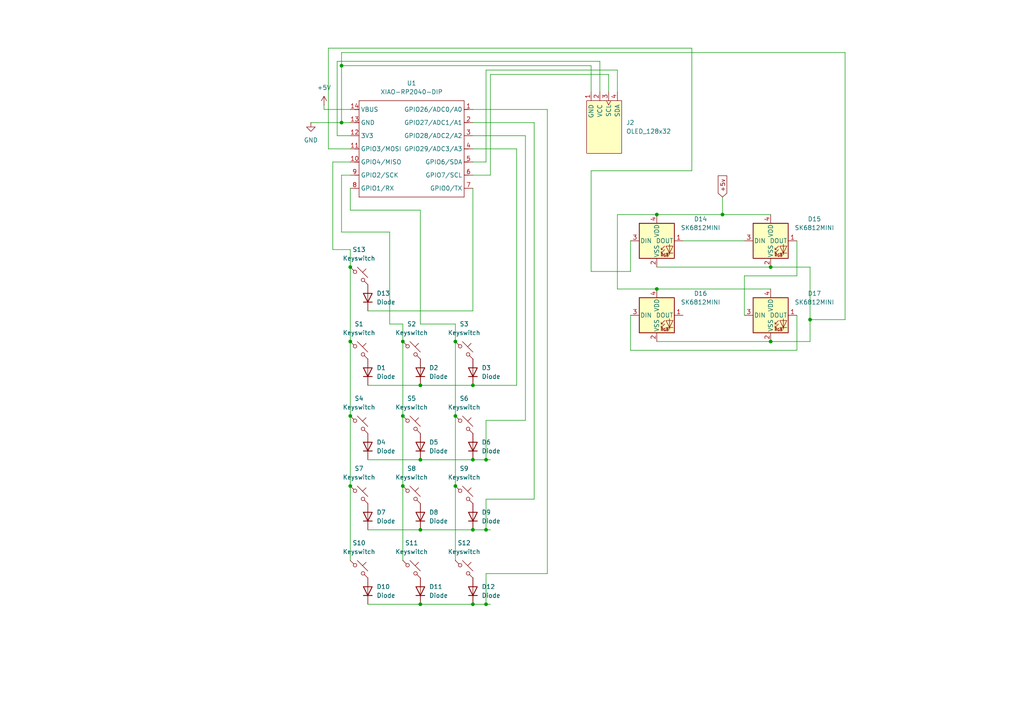
<source format=kicad_sch>
(kicad_sch
	(version 20231120)
	(generator "eeschema")
	(generator_version "8.0")
	(uuid "78f51236-0545-46dd-bba1-14a80158c8bf")
	(paper "A4")
	(lib_symbols
		(symbol "LED:SK6812MINI"
			(pin_names
				(offset 0.254)
			)
			(exclude_from_sim no)
			(in_bom yes)
			(on_board yes)
			(property "Reference" "D"
				(at 5.08 5.715 0)
				(effects
					(font
						(size 1.27 1.27)
					)
					(justify right bottom)
				)
			)
			(property "Value" "SK6812MINI"
				(at 1.27 -5.715 0)
				(effects
					(font
						(size 1.27 1.27)
					)
					(justify left top)
				)
			)
			(property "Footprint" "LED_SMD:LED_SK6812MINI_PLCC4_3.5x3.5mm_P1.75mm"
				(at 1.27 -7.62 0)
				(effects
					(font
						(size 1.27 1.27)
					)
					(justify left top)
					(hide yes)
				)
			)
			(property "Datasheet" "https://cdn-shop.adafruit.com/product-files/2686/SK6812MINI_REV.01-1-2.pdf"
				(at 2.54 -9.525 0)
				(effects
					(font
						(size 1.27 1.27)
					)
					(justify left top)
					(hide yes)
				)
			)
			(property "Description" "RGB LED with integrated controller"
				(at 0 0 0)
				(effects
					(font
						(size 1.27 1.27)
					)
					(hide yes)
				)
			)
			(property "ki_keywords" "RGB LED NeoPixel Mini addressable"
				(at 0 0 0)
				(effects
					(font
						(size 1.27 1.27)
					)
					(hide yes)
				)
			)
			(property "ki_fp_filters" "LED*SK6812MINI*PLCC*3.5x3.5mm*P1.75mm*"
				(at 0 0 0)
				(effects
					(font
						(size 1.27 1.27)
					)
					(hide yes)
				)
			)
			(symbol "SK6812MINI_0_0"
				(text "RGB"
					(at 2.286 -4.191 0)
					(effects
						(font
							(size 0.762 0.762)
						)
					)
				)
			)
			(symbol "SK6812MINI_0_1"
				(polyline
					(pts
						(xy 1.27 -3.556) (xy 1.778 -3.556)
					)
					(stroke
						(width 0)
						(type default)
					)
					(fill
						(type none)
					)
				)
				(polyline
					(pts
						(xy 1.27 -2.54) (xy 1.778 -2.54)
					)
					(stroke
						(width 0)
						(type default)
					)
					(fill
						(type none)
					)
				)
				(polyline
					(pts
						(xy 4.699 -3.556) (xy 2.667 -3.556)
					)
					(stroke
						(width 0)
						(type default)
					)
					(fill
						(type none)
					)
				)
				(polyline
					(pts
						(xy 2.286 -2.54) (xy 1.27 -3.556) (xy 1.27 -3.048)
					)
					(stroke
						(width 0)
						(type default)
					)
					(fill
						(type none)
					)
				)
				(polyline
					(pts
						(xy 2.286 -1.524) (xy 1.27 -2.54) (xy 1.27 -2.032)
					)
					(stroke
						(width 0)
						(type default)
					)
					(fill
						(type none)
					)
				)
				(polyline
					(pts
						(xy 3.683 -1.016) (xy 3.683 -3.556) (xy 3.683 -4.064)
					)
					(stroke
						(width 0)
						(type default)
					)
					(fill
						(type none)
					)
				)
				(polyline
					(pts
						(xy 4.699 -1.524) (xy 2.667 -1.524) (xy 3.683 -3.556) (xy 4.699 -1.524)
					)
					(stroke
						(width 0)
						(type default)
					)
					(fill
						(type none)
					)
				)
				(rectangle
					(start 5.08 5.08)
					(end -5.08 -5.08)
					(stroke
						(width 0.254)
						(type default)
					)
					(fill
						(type background)
					)
				)
			)
			(symbol "SK6812MINI_1_1"
				(pin output line
					(at 7.62 0 180)
					(length 2.54)
					(name "DOUT"
						(effects
							(font
								(size 1.27 1.27)
							)
						)
					)
					(number "1"
						(effects
							(font
								(size 1.27 1.27)
							)
						)
					)
				)
				(pin power_in line
					(at 0 -7.62 90)
					(length 2.54)
					(name "VSS"
						(effects
							(font
								(size 1.27 1.27)
							)
						)
					)
					(number "2"
						(effects
							(font
								(size 1.27 1.27)
							)
						)
					)
				)
				(pin input line
					(at -7.62 0 0)
					(length 2.54)
					(name "DIN"
						(effects
							(font
								(size 1.27 1.27)
							)
						)
					)
					(number "3"
						(effects
							(font
								(size 1.27 1.27)
							)
						)
					)
				)
				(pin power_in line
					(at 0 7.62 270)
					(length 2.54)
					(name "VDD"
						(effects
							(font
								(size 1.27 1.27)
							)
						)
					)
					(number "4"
						(effects
							(font
								(size 1.27 1.27)
							)
						)
					)
				)
			)
		)
		(symbol "OPL:XIAO-RP2040-DIP"
			(exclude_from_sim no)
			(in_bom yes)
			(on_board yes)
			(property "Reference" "U"
				(at 0 0 0)
				(effects
					(font
						(size 1.27 1.27)
					)
				)
			)
			(property "Value" "XIAO-RP2040-DIP"
				(at 5.334 -1.778 0)
				(effects
					(font
						(size 1.27 1.27)
					)
				)
			)
			(property "Footprint" "Module:MOUDLE14P-XIAO-DIP-SMD"
				(at 14.478 -32.258 0)
				(effects
					(font
						(size 1.27 1.27)
					)
					(hide yes)
				)
			)
			(property "Datasheet" ""
				(at 0 0 0)
				(effects
					(font
						(size 1.27 1.27)
					)
					(hide yes)
				)
			)
			(property "Description" ""
				(at 0 0 0)
				(effects
					(font
						(size 1.27 1.27)
					)
					(hide yes)
				)
			)
			(symbol "XIAO-RP2040-DIP_1_0"
				(polyline
					(pts
						(xy -1.27 -30.48) (xy -1.27 -16.51)
					)
					(stroke
						(width 0.1524)
						(type solid)
					)
					(fill
						(type none)
					)
				)
				(polyline
					(pts
						(xy -1.27 -27.94) (xy -2.54 -27.94)
					)
					(stroke
						(width 0.1524)
						(type solid)
					)
					(fill
						(type none)
					)
				)
				(polyline
					(pts
						(xy -1.27 -24.13) (xy -2.54 -24.13)
					)
					(stroke
						(width 0.1524)
						(type solid)
					)
					(fill
						(type none)
					)
				)
				(polyline
					(pts
						(xy -1.27 -20.32) (xy -2.54 -20.32)
					)
					(stroke
						(width 0.1524)
						(type solid)
					)
					(fill
						(type none)
					)
				)
				(polyline
					(pts
						(xy -1.27 -16.51) (xy -2.54 -16.51)
					)
					(stroke
						(width 0.1524)
						(type solid)
					)
					(fill
						(type none)
					)
				)
				(polyline
					(pts
						(xy -1.27 -16.51) (xy -1.27 -12.7)
					)
					(stroke
						(width 0.1524)
						(type solid)
					)
					(fill
						(type none)
					)
				)
				(polyline
					(pts
						(xy -1.27 -12.7) (xy -2.54 -12.7)
					)
					(stroke
						(width 0.1524)
						(type solid)
					)
					(fill
						(type none)
					)
				)
				(polyline
					(pts
						(xy -1.27 -12.7) (xy -1.27 -8.89)
					)
					(stroke
						(width 0.1524)
						(type solid)
					)
					(fill
						(type none)
					)
				)
				(polyline
					(pts
						(xy -1.27 -8.89) (xy -2.54 -8.89)
					)
					(stroke
						(width 0.1524)
						(type solid)
					)
					(fill
						(type none)
					)
				)
				(polyline
					(pts
						(xy -1.27 -8.89) (xy -1.27 -5.08)
					)
					(stroke
						(width 0.1524)
						(type solid)
					)
					(fill
						(type none)
					)
				)
				(polyline
					(pts
						(xy -1.27 -5.08) (xy -2.54 -5.08)
					)
					(stroke
						(width 0.1524)
						(type solid)
					)
					(fill
						(type none)
					)
				)
				(polyline
					(pts
						(xy -1.27 -5.08) (xy -1.27 -2.54)
					)
					(stroke
						(width 0.1524)
						(type solid)
					)
					(fill
						(type none)
					)
				)
				(polyline
					(pts
						(xy -1.27 -2.54) (xy 29.21 -2.54)
					)
					(stroke
						(width 0.1524)
						(type solid)
					)
					(fill
						(type none)
					)
				)
				(polyline
					(pts
						(xy 29.21 -30.48) (xy -1.27 -30.48)
					)
					(stroke
						(width 0.1524)
						(type solid)
					)
					(fill
						(type none)
					)
				)
				(polyline
					(pts
						(xy 29.21 -12.7) (xy 29.21 -30.48)
					)
					(stroke
						(width 0.1524)
						(type solid)
					)
					(fill
						(type none)
					)
				)
				(polyline
					(pts
						(xy 29.21 -8.89) (xy 29.21 -12.7)
					)
					(stroke
						(width 0.1524)
						(type solid)
					)
					(fill
						(type none)
					)
				)
				(polyline
					(pts
						(xy 29.21 -5.08) (xy 29.21 -8.89)
					)
					(stroke
						(width 0.1524)
						(type solid)
					)
					(fill
						(type none)
					)
				)
				(polyline
					(pts
						(xy 29.21 -2.54) (xy 29.21 -5.08)
					)
					(stroke
						(width 0.1524)
						(type solid)
					)
					(fill
						(type none)
					)
				)
				(polyline
					(pts
						(xy 30.48 -27.94) (xy 29.21 -27.94)
					)
					(stroke
						(width 0.1524)
						(type solid)
					)
					(fill
						(type none)
					)
				)
				(polyline
					(pts
						(xy 30.48 -24.13) (xy 29.21 -24.13)
					)
					(stroke
						(width 0.1524)
						(type solid)
					)
					(fill
						(type none)
					)
				)
				(polyline
					(pts
						(xy 30.48 -20.32) (xy 29.21 -20.32)
					)
					(stroke
						(width 0.1524)
						(type solid)
					)
					(fill
						(type none)
					)
				)
				(polyline
					(pts
						(xy 30.48 -16.51) (xy 29.21 -16.51)
					)
					(stroke
						(width 0.1524)
						(type solid)
					)
					(fill
						(type none)
					)
				)
				(polyline
					(pts
						(xy 30.48 -12.7) (xy 29.21 -12.7)
					)
					(stroke
						(width 0.1524)
						(type solid)
					)
					(fill
						(type none)
					)
				)
				(polyline
					(pts
						(xy 30.48 -8.89) (xy 29.21 -8.89)
					)
					(stroke
						(width 0.1524)
						(type solid)
					)
					(fill
						(type none)
					)
				)
				(polyline
					(pts
						(xy 30.48 -5.08) (xy 29.21 -5.08)
					)
					(stroke
						(width 0.1524)
						(type solid)
					)
					(fill
						(type none)
					)
				)
				(pin passive line
					(at -3.81 -5.08 0)
					(length 2.54)
					(name "GPIO26/ADC0/A0"
						(effects
							(font
								(size 1.27 1.27)
							)
						)
					)
					(number "1"
						(effects
							(font
								(size 1.27 1.27)
							)
						)
					)
				)
				(pin passive line
					(at 31.75 -20.32 180)
					(length 2.54)
					(name "GPIO4/MISO"
						(effects
							(font
								(size 1.27 1.27)
							)
						)
					)
					(number "10"
						(effects
							(font
								(size 1.27 1.27)
							)
						)
					)
				)
				(pin passive line
					(at 31.75 -16.51 180)
					(length 2.54)
					(name "GPIO3/MOSI"
						(effects
							(font
								(size 1.27 1.27)
							)
						)
					)
					(number "11"
						(effects
							(font
								(size 1.27 1.27)
							)
						)
					)
				)
				(pin passive line
					(at 31.75 -12.7 180)
					(length 2.54)
					(name "3V3"
						(effects
							(font
								(size 1.27 1.27)
							)
						)
					)
					(number "12"
						(effects
							(font
								(size 1.27 1.27)
							)
						)
					)
				)
				(pin passive line
					(at 31.75 -8.89 180)
					(length 2.54)
					(name "GND"
						(effects
							(font
								(size 1.27 1.27)
							)
						)
					)
					(number "13"
						(effects
							(font
								(size 1.27 1.27)
							)
						)
					)
				)
				(pin passive line
					(at 31.75 -5.08 180)
					(length 2.54)
					(name "VBUS"
						(effects
							(font
								(size 1.27 1.27)
							)
						)
					)
					(number "14"
						(effects
							(font
								(size 1.27 1.27)
							)
						)
					)
				)
				(pin passive line
					(at -3.81 -8.89 0)
					(length 2.54)
					(name "GPIO27/ADC1/A1"
						(effects
							(font
								(size 1.27 1.27)
							)
						)
					)
					(number "2"
						(effects
							(font
								(size 1.27 1.27)
							)
						)
					)
				)
				(pin passive line
					(at -3.81 -12.7 0)
					(length 2.54)
					(name "GPIO28/ADC2/A2"
						(effects
							(font
								(size 1.27 1.27)
							)
						)
					)
					(number "3"
						(effects
							(font
								(size 1.27 1.27)
							)
						)
					)
				)
				(pin passive line
					(at -3.81 -16.51 0)
					(length 2.54)
					(name "GPIO29/ADC3/A3"
						(effects
							(font
								(size 1.27 1.27)
							)
						)
					)
					(number "4"
						(effects
							(font
								(size 1.27 1.27)
							)
						)
					)
				)
				(pin passive line
					(at -3.81 -20.32 0)
					(length 2.54)
					(name "GPIO6/SDA"
						(effects
							(font
								(size 1.27 1.27)
							)
						)
					)
					(number "5"
						(effects
							(font
								(size 1.27 1.27)
							)
						)
					)
				)
				(pin passive line
					(at -3.81 -24.13 0)
					(length 2.54)
					(name "GPIO7/SCL"
						(effects
							(font
								(size 1.27 1.27)
							)
						)
					)
					(number "6"
						(effects
							(font
								(size 1.27 1.27)
							)
						)
					)
				)
				(pin passive line
					(at -3.81 -27.94 0)
					(length 2.54)
					(name "GPIO0/TX"
						(effects
							(font
								(size 1.27 1.27)
							)
						)
					)
					(number "7"
						(effects
							(font
								(size 1.27 1.27)
							)
						)
					)
				)
				(pin passive line
					(at 31.75 -27.94 180)
					(length 2.54)
					(name "GPIO1/RX"
						(effects
							(font
								(size 1.27 1.27)
							)
						)
					)
					(number "8"
						(effects
							(font
								(size 1.27 1.27)
							)
						)
					)
				)
				(pin passive line
					(at 31.75 -24.13 180)
					(length 2.54)
					(name "GPIO2/SCK"
						(effects
							(font
								(size 1.27 1.27)
							)
						)
					)
					(number "9"
						(effects
							(font
								(size 1.27 1.27)
							)
						)
					)
				)
			)
		)
		(symbol "ScottoKeebs:OLED_128x32"
			(pin_names
				(offset 1.016)
			)
			(exclude_from_sim no)
			(in_bom yes)
			(on_board yes)
			(property "Reference" "J"
				(at 0 -6.35 0)
				(effects
					(font
						(size 1.27 1.27)
					)
				)
			)
			(property "Value" "OLED_128x32"
				(at 0 6.35 0)
				(effects
					(font
						(size 1.27 1.27)
					)
				)
			)
			(property "Footprint" "ScottoKeebs_Components:OLED_128x32"
				(at 0 8.89 0)
				(effects
					(font
						(size 1.27 1.27)
					)
					(hide yes)
				)
			)
			(property "Datasheet" ""
				(at 0 1.27 0)
				(effects
					(font
						(size 1.27 1.27)
					)
					(hide yes)
				)
			)
			(property "Description" ""
				(at 0 0 0)
				(effects
					(font
						(size 1.27 1.27)
					)
					(hide yes)
				)
			)
			(symbol "OLED_128x32_0_1"
				(rectangle
					(start 0 5.08)
					(end 15.24 -5.08)
					(stroke
						(width 0)
						(type default)
					)
					(fill
						(type background)
					)
				)
			)
			(symbol "OLED_128x32_1_1"
				(pin power_in line
					(at -2.54 -3.81 0)
					(length 2.54)
					(name "GND"
						(effects
							(font
								(size 1.27 1.27)
							)
						)
					)
					(number "1"
						(effects
							(font
								(size 1.27 1.27)
							)
						)
					)
				)
				(pin power_in line
					(at -2.54 -1.27 0)
					(length 2.54)
					(name "VCC"
						(effects
							(font
								(size 1.27 1.27)
							)
						)
					)
					(number "2"
						(effects
							(font
								(size 1.27 1.27)
							)
						)
					)
				)
				(pin input clock
					(at -2.54 1.27 0)
					(length 2.54)
					(name "SCL"
						(effects
							(font
								(size 1.27 1.27)
							)
						)
					)
					(number "3"
						(effects
							(font
								(size 1.27 1.27)
							)
						)
					)
				)
				(pin bidirectional line
					(at -2.54 3.81 0)
					(length 2.54)
					(name "SDA"
						(effects
							(font
								(size 1.27 1.27)
							)
						)
					)
					(number "4"
						(effects
							(font
								(size 1.27 1.27)
							)
						)
					)
				)
			)
		)
		(symbol "ScottoKeebs:Placeholder_Diode"
			(pin_numbers hide)
			(pin_names hide)
			(exclude_from_sim no)
			(in_bom yes)
			(on_board yes)
			(property "Reference" "D"
				(at 0 2.54 0)
				(effects
					(font
						(size 1.27 1.27)
					)
				)
			)
			(property "Value" "Diode"
				(at 0 -2.54 0)
				(effects
					(font
						(size 1.27 1.27)
					)
				)
			)
			(property "Footprint" ""
				(at 0 0 0)
				(effects
					(font
						(size 1.27 1.27)
					)
					(hide yes)
				)
			)
			(property "Datasheet" ""
				(at 0 0 0)
				(effects
					(font
						(size 1.27 1.27)
					)
					(hide yes)
				)
			)
			(property "Description" "1N4148 (DO-35) or 1N4148W (SOD-123)"
				(at 0 0 0)
				(effects
					(font
						(size 1.27 1.27)
					)
					(hide yes)
				)
			)
			(property "Sim.Device" "D"
				(at 0 0 0)
				(effects
					(font
						(size 1.27 1.27)
					)
					(hide yes)
				)
			)
			(property "Sim.Pins" "1=K 2=A"
				(at 0 0 0)
				(effects
					(font
						(size 1.27 1.27)
					)
					(hide yes)
				)
			)
			(property "ki_keywords" "diode"
				(at 0 0 0)
				(effects
					(font
						(size 1.27 1.27)
					)
					(hide yes)
				)
			)
			(property "ki_fp_filters" "D*DO?35*"
				(at 0 0 0)
				(effects
					(font
						(size 1.27 1.27)
					)
					(hide yes)
				)
			)
			(symbol "Placeholder_Diode_0_1"
				(polyline
					(pts
						(xy -1.27 1.27) (xy -1.27 -1.27)
					)
					(stroke
						(width 0.254)
						(type default)
					)
					(fill
						(type none)
					)
				)
				(polyline
					(pts
						(xy 1.27 0) (xy -1.27 0)
					)
					(stroke
						(width 0)
						(type default)
					)
					(fill
						(type none)
					)
				)
				(polyline
					(pts
						(xy 1.27 1.27) (xy 1.27 -1.27) (xy -1.27 0) (xy 1.27 1.27)
					)
					(stroke
						(width 0.254)
						(type default)
					)
					(fill
						(type none)
					)
				)
			)
			(symbol "Placeholder_Diode_1_1"
				(pin passive line
					(at -3.81 0 0)
					(length 2.54)
					(name "K"
						(effects
							(font
								(size 1.27 1.27)
							)
						)
					)
					(number "1"
						(effects
							(font
								(size 1.27 1.27)
							)
						)
					)
				)
				(pin passive line
					(at 3.81 0 180)
					(length 2.54)
					(name "A"
						(effects
							(font
								(size 1.27 1.27)
							)
						)
					)
					(number "2"
						(effects
							(font
								(size 1.27 1.27)
							)
						)
					)
				)
			)
		)
		(symbol "ScottoKeebs:Placeholder_Keyswitch"
			(pin_numbers hide)
			(pin_names
				(offset 1.016) hide)
			(exclude_from_sim no)
			(in_bom yes)
			(on_board yes)
			(property "Reference" "S"
				(at 3.048 1.016 0)
				(effects
					(font
						(size 1.27 1.27)
					)
					(justify left)
				)
			)
			(property "Value" "Keyswitch"
				(at 0 -3.81 0)
				(effects
					(font
						(size 1.27 1.27)
					)
				)
			)
			(property "Footprint" ""
				(at 0 0 0)
				(effects
					(font
						(size 1.27 1.27)
					)
					(hide yes)
				)
			)
			(property "Datasheet" "~"
				(at 0 0 0)
				(effects
					(font
						(size 1.27 1.27)
					)
					(hide yes)
				)
			)
			(property "Description" "Push button switch, normally open, two pins, 45° tilted"
				(at 0 0 0)
				(effects
					(font
						(size 1.27 1.27)
					)
					(hide yes)
				)
			)
			(property "ki_keywords" "switch normally-open pushbutton push-button"
				(at 0 0 0)
				(effects
					(font
						(size 1.27 1.27)
					)
					(hide yes)
				)
			)
			(symbol "Placeholder_Keyswitch_0_1"
				(circle
					(center -1.1684 1.1684)
					(radius 0.508)
					(stroke
						(width 0)
						(type default)
					)
					(fill
						(type none)
					)
				)
				(polyline
					(pts
						(xy -0.508 2.54) (xy 2.54 -0.508)
					)
					(stroke
						(width 0)
						(type default)
					)
					(fill
						(type none)
					)
				)
				(polyline
					(pts
						(xy 1.016 1.016) (xy 2.032 2.032)
					)
					(stroke
						(width 0)
						(type default)
					)
					(fill
						(type none)
					)
				)
				(polyline
					(pts
						(xy -2.54 2.54) (xy -1.524 1.524) (xy -1.524 1.524)
					)
					(stroke
						(width 0)
						(type default)
					)
					(fill
						(type none)
					)
				)
				(polyline
					(pts
						(xy 1.524 -1.524) (xy 2.54 -2.54) (xy 2.54 -2.54) (xy 2.54 -2.54)
					)
					(stroke
						(width 0)
						(type default)
					)
					(fill
						(type none)
					)
				)
				(circle
					(center 1.143 -1.1938)
					(radius 0.508)
					(stroke
						(width 0)
						(type default)
					)
					(fill
						(type none)
					)
				)
				(pin passive line
					(at -2.54 2.54 0)
					(length 0)
					(name "1"
						(effects
							(font
								(size 1.27 1.27)
							)
						)
					)
					(number "1"
						(effects
							(font
								(size 1.27 1.27)
							)
						)
					)
				)
				(pin passive line
					(at 2.54 -2.54 180)
					(length 0)
					(name "2"
						(effects
							(font
								(size 1.27 1.27)
							)
						)
					)
					(number "2"
						(effects
							(font
								(size 1.27 1.27)
							)
						)
					)
				)
			)
		)
		(symbol "power:+5V"
			(power)
			(pin_numbers hide)
			(pin_names
				(offset 0) hide)
			(exclude_from_sim no)
			(in_bom yes)
			(on_board yes)
			(property "Reference" "#PWR"
				(at 0 -3.81 0)
				(effects
					(font
						(size 1.27 1.27)
					)
					(hide yes)
				)
			)
			(property "Value" "+5V"
				(at 0 3.556 0)
				(effects
					(font
						(size 1.27 1.27)
					)
				)
			)
			(property "Footprint" ""
				(at 0 0 0)
				(effects
					(font
						(size 1.27 1.27)
					)
					(hide yes)
				)
			)
			(property "Datasheet" ""
				(at 0 0 0)
				(effects
					(font
						(size 1.27 1.27)
					)
					(hide yes)
				)
			)
			(property "Description" "Power symbol creates a global label with name \"+5V\""
				(at 0 0 0)
				(effects
					(font
						(size 1.27 1.27)
					)
					(hide yes)
				)
			)
			(property "ki_keywords" "global power"
				(at 0 0 0)
				(effects
					(font
						(size 1.27 1.27)
					)
					(hide yes)
				)
			)
			(symbol "+5V_0_1"
				(polyline
					(pts
						(xy -0.762 1.27) (xy 0 2.54)
					)
					(stroke
						(width 0)
						(type default)
					)
					(fill
						(type none)
					)
				)
				(polyline
					(pts
						(xy 0 0) (xy 0 2.54)
					)
					(stroke
						(width 0)
						(type default)
					)
					(fill
						(type none)
					)
				)
				(polyline
					(pts
						(xy 0 2.54) (xy 0.762 1.27)
					)
					(stroke
						(width 0)
						(type default)
					)
					(fill
						(type none)
					)
				)
			)
			(symbol "+5V_1_1"
				(pin power_in line
					(at 0 0 90)
					(length 0)
					(name "~"
						(effects
							(font
								(size 1.27 1.27)
							)
						)
					)
					(number "1"
						(effects
							(font
								(size 1.27 1.27)
							)
						)
					)
				)
			)
		)
		(symbol "power:GND"
			(power)
			(pin_numbers hide)
			(pin_names
				(offset 0) hide)
			(exclude_from_sim no)
			(in_bom yes)
			(on_board yes)
			(property "Reference" "#PWR"
				(at 0 -6.35 0)
				(effects
					(font
						(size 1.27 1.27)
					)
					(hide yes)
				)
			)
			(property "Value" "GND"
				(at 0 -3.81 0)
				(effects
					(font
						(size 1.27 1.27)
					)
				)
			)
			(property "Footprint" ""
				(at 0 0 0)
				(effects
					(font
						(size 1.27 1.27)
					)
					(hide yes)
				)
			)
			(property "Datasheet" ""
				(at 0 0 0)
				(effects
					(font
						(size 1.27 1.27)
					)
					(hide yes)
				)
			)
			(property "Description" "Power symbol creates a global label with name \"GND\" , ground"
				(at 0 0 0)
				(effects
					(font
						(size 1.27 1.27)
					)
					(hide yes)
				)
			)
			(property "ki_keywords" "global power"
				(at 0 0 0)
				(effects
					(font
						(size 1.27 1.27)
					)
					(hide yes)
				)
			)
			(symbol "GND_0_1"
				(polyline
					(pts
						(xy 0 0) (xy 0 -1.27) (xy 1.27 -1.27) (xy 0 -2.54) (xy -1.27 -1.27) (xy 0 -1.27)
					)
					(stroke
						(width 0)
						(type default)
					)
					(fill
						(type none)
					)
				)
			)
			(symbol "GND_1_1"
				(pin power_in line
					(at 0 0 270)
					(length 0)
					(name "~"
						(effects
							(font
								(size 1.27 1.27)
							)
						)
					)
					(number "1"
						(effects
							(font
								(size 1.27 1.27)
							)
						)
					)
				)
			)
		)
	)
	(junction
		(at 101.6 77.47)
		(diameter 0)
		(color 0 0 0 0)
		(uuid "01089502-736b-4495-bf24-8d91e9319572")
	)
	(junction
		(at 137.16 153.67)
		(diameter 0)
		(color 0 0 0 0)
		(uuid "0442d5eb-6cb2-44d8-a9ff-c16d1a3c667a")
	)
	(junction
		(at 121.92 153.67)
		(diameter 0)
		(color 0 0 0 0)
		(uuid "0ca6890c-e937-443e-919b-f99fb89df1c1")
	)
	(junction
		(at 116.84 140.97)
		(diameter 0)
		(color 0 0 0 0)
		(uuid "13fefcbb-d79e-4db3-a64b-856c3b1c67fa")
	)
	(junction
		(at 137.16 175.26)
		(diameter 0)
		(color 0 0 0 0)
		(uuid "1b04c27a-8f95-46d5-bdad-4d2f9ad3f33b")
	)
	(junction
		(at 101.6 140.97)
		(diameter 0)
		(color 0 0 0 0)
		(uuid "371cd677-5ebd-40dd-9525-43b2d43ae22e")
	)
	(junction
		(at 121.92 175.26)
		(diameter 0)
		(color 0 0 0 0)
		(uuid "3f992a60-0edc-4f41-92fd-82724507929c")
	)
	(junction
		(at 116.84 99.06)
		(diameter 0)
		(color 0 0 0 0)
		(uuid "45adcbcc-a4ea-4396-8d63-00240a952f84")
	)
	(junction
		(at 140.97 153.67)
		(diameter 0)
		(color 0 0 0 0)
		(uuid "51eb8f31-18c9-4aca-99e5-04b61d57b721")
	)
	(junction
		(at 132.08 120.65)
		(diameter 0)
		(color 0 0 0 0)
		(uuid "6c99a74f-4cee-4220-96b7-ea6cb14a12aa")
	)
	(junction
		(at 121.92 133.35)
		(diameter 0)
		(color 0 0 0 0)
		(uuid "766ef662-3a3f-4e66-9887-db389d3f3e19")
	)
	(junction
		(at 99.06 35.56)
		(diameter 0)
		(color 0 0 0 0)
		(uuid "879ecfd8-b620-4863-ab41-5cbfd304ebb3")
	)
	(junction
		(at 137.16 111.76)
		(diameter 0)
		(color 0 0 0 0)
		(uuid "8f880ae3-a43f-4228-a6e4-a5177c3eed23")
	)
	(junction
		(at 140.97 175.26)
		(diameter 0)
		(color 0 0 0 0)
		(uuid "9682eee5-596c-4f78-b6e5-b1d423d34717")
	)
	(junction
		(at 223.52 99.06)
		(diameter 0)
		(color 0 0 0 0)
		(uuid "99f5c0a6-988e-49c1-98b5-438f9663120d")
	)
	(junction
		(at 101.6 99.06)
		(diameter 0)
		(color 0 0 0 0)
		(uuid "9b4ca715-a067-4118-b963-44e3e7982b0f")
	)
	(junction
		(at 140.97 133.35)
		(diameter 0)
		(color 0 0 0 0)
		(uuid "9cd078a2-914d-4619-b1e9-c47fd2fb5b80")
	)
	(junction
		(at 101.6 120.65)
		(diameter 0)
		(color 0 0 0 0)
		(uuid "9f8c80c2-2aa2-4652-8877-dabc893d05b0")
	)
	(junction
		(at 137.16 133.35)
		(diameter 0)
		(color 0 0 0 0)
		(uuid "b23efc65-0a74-4db5-90e7-9a32d9c2bc8c")
	)
	(junction
		(at 121.92 111.76)
		(diameter 0)
		(color 0 0 0 0)
		(uuid "b5367cc7-404c-4372-9bb4-55567b01e2f7")
	)
	(junction
		(at 132.08 140.97)
		(diameter 0)
		(color 0 0 0 0)
		(uuid "c41021fb-51c5-4e35-83e7-73dc9c9440f1")
	)
	(junction
		(at 132.08 99.06)
		(diameter 0)
		(color 0 0 0 0)
		(uuid "c55f55c9-2b63-4135-b85b-711e5af13b8d")
	)
	(junction
		(at 209.55 62.23)
		(diameter 0)
		(color 0 0 0 0)
		(uuid "dbd502be-30da-4945-8c3a-2b73a61bdca9")
	)
	(junction
		(at 190.5 83.82)
		(diameter 0)
		(color 0 0 0 0)
		(uuid "deecc1ac-7c06-4667-9f8b-5e8d2d9f6833")
	)
	(junction
		(at 116.84 120.65)
		(diameter 0)
		(color 0 0 0 0)
		(uuid "e055b31e-92af-4e2d-b938-b2ce7a37a90e")
	)
	(junction
		(at 223.52 77.47)
		(diameter 0)
		(color 0 0 0 0)
		(uuid "ed00cd39-5bd9-43fd-87bf-92cbf36705e7")
	)
	(junction
		(at 99.06 19.05)
		(diameter 0)
		(color 0 0 0 0)
		(uuid "f4e0d914-f7ff-4ddf-bb7a-e20a89899f9b")
	)
	(junction
		(at 190.5 62.23)
		(diameter 0)
		(color 0 0 0 0)
		(uuid "f5571759-245d-48ae-81de-17431695f2c9")
	)
	(junction
		(at 234.95 92.71)
		(diameter 0)
		(color 0 0 0 0)
		(uuid "fe732652-19e2-46fb-8398-57837cf8f452")
	)
	(wire
		(pts
			(xy 190.5 62.23) (xy 209.55 62.23)
		)
		(stroke
			(width 0)
			(type default)
		)
		(uuid "02057c6b-051c-4abd-837f-0ae30db43a9c")
	)
	(wire
		(pts
			(xy 190.5 83.82) (xy 223.52 83.82)
		)
		(stroke
			(width 0)
			(type default)
		)
		(uuid "0273c746-354a-4f86-9843-27c56cb5042e")
	)
	(wire
		(pts
			(xy 176.53 26.67) (xy 176.53 21.59)
		)
		(stroke
			(width 0)
			(type default)
		)
		(uuid "02ab8bcc-23c9-4ea7-bf3a-6bb783e209d7")
	)
	(wire
		(pts
			(xy 245.11 92.71) (xy 245.11 15.24)
		)
		(stroke
			(width 0)
			(type default)
		)
		(uuid "048a29aa-cb3a-47c6-8d71-b1ca76cf9595")
	)
	(wire
		(pts
			(xy 99.06 67.31) (xy 99.06 50.8)
		)
		(stroke
			(width 0)
			(type default)
		)
		(uuid "07ea3856-3a80-412f-bfaf-a56b75ada1fa")
	)
	(wire
		(pts
			(xy 137.16 90.17) (xy 137.16 54.61)
		)
		(stroke
			(width 0)
			(type default)
		)
		(uuid "0890c077-152b-46dc-9947-9ae9c7370d1b")
	)
	(wire
		(pts
			(xy 121.92 93.98) (xy 121.92 60.96)
		)
		(stroke
			(width 0)
			(type default)
		)
		(uuid "0a7fad48-2f93-41b9-a6c6-29c03762f2cb")
	)
	(wire
		(pts
			(xy 99.06 50.8) (xy 101.6 50.8)
		)
		(stroke
			(width 0)
			(type default)
		)
		(uuid "0ed3de1a-94df-4a3c-926d-fd6473b1a8e4")
	)
	(wire
		(pts
			(xy 234.95 92.71) (xy 234.95 99.06)
		)
		(stroke
			(width 0)
			(type default)
		)
		(uuid "1240bb97-8997-4840-b738-4ca8be146b19")
	)
	(wire
		(pts
			(xy 132.08 93.98) (xy 121.92 93.98)
		)
		(stroke
			(width 0)
			(type default)
		)
		(uuid "157e6566-c544-420e-a7e7-35887bd35d18")
	)
	(wire
		(pts
			(xy 140.97 175.26) (xy 137.16 175.26)
		)
		(stroke
			(width 0)
			(type default)
		)
		(uuid "17b8571f-c3d3-4cc7-b976-af048d226d48")
	)
	(wire
		(pts
			(xy 179.07 20.32) (xy 140.97 20.32)
		)
		(stroke
			(width 0)
			(type default)
		)
		(uuid "18af009e-5ec7-4abc-9f03-a78acc0a1b63")
	)
	(wire
		(pts
			(xy 99.06 15.24) (xy 99.06 19.05)
		)
		(stroke
			(width 0)
			(type default)
		)
		(uuid "18d9caf2-9c7d-4c88-a677-6b4b8b871b13")
	)
	(wire
		(pts
			(xy 171.45 78.74) (xy 171.45 49.53)
		)
		(stroke
			(width 0)
			(type default)
		)
		(uuid "1c06ec76-d5fb-4bb8-afaf-18c4043898db")
	)
	(wire
		(pts
			(xy 142.24 133.35) (xy 140.97 133.35)
		)
		(stroke
			(width 0)
			(type default)
		)
		(uuid "1f1871f6-b104-46c4-b57d-76f3996e662a")
	)
	(wire
		(pts
			(xy 152.4 39.37) (xy 137.16 39.37)
		)
		(stroke
			(width 0)
			(type default)
		)
		(uuid "22142079-5404-4901-bad3-24756f65d42f")
	)
	(wire
		(pts
			(xy 234.95 99.06) (xy 223.52 99.06)
		)
		(stroke
			(width 0)
			(type default)
		)
		(uuid "2a0a8464-3046-48dc-a18e-22dddd687f43")
	)
	(wire
		(pts
			(xy 101.6 54.61) (xy 101.6 60.96)
		)
		(stroke
			(width 0)
			(type default)
		)
		(uuid "2a8b27f1-a871-42c6-8993-d3d4b15c5ec0")
	)
	(wire
		(pts
			(xy 149.86 43.18) (xy 137.16 43.18)
		)
		(stroke
			(width 0)
			(type default)
		)
		(uuid "2cb73f07-26d2-414b-8724-4fe535c1f401")
	)
	(wire
		(pts
			(xy 142.24 50.8) (xy 137.16 50.8)
		)
		(stroke
			(width 0)
			(type default)
		)
		(uuid "2cf000bc-cdf7-4834-ba7c-ba052c2a5c7a")
	)
	(wire
		(pts
			(xy 106.68 90.17) (xy 137.16 90.17)
		)
		(stroke
			(width 0)
			(type default)
		)
		(uuid "2ec46b93-60e6-457c-8af5-eacb1549d932")
	)
	(wire
		(pts
			(xy 190.5 83.82) (xy 179.07 83.82)
		)
		(stroke
			(width 0)
			(type default)
		)
		(uuid "2f64158a-2c25-45ea-9d7d-25751a5aae8a")
	)
	(wire
		(pts
			(xy 158.75 31.75) (xy 158.75 166.37)
		)
		(stroke
			(width 0)
			(type default)
		)
		(uuid "3151bbe1-1cae-4f16-bf0f-2aa85c56bb24")
	)
	(wire
		(pts
			(xy 140.97 20.32) (xy 140.97 46.99)
		)
		(stroke
			(width 0)
			(type default)
		)
		(uuid "3b66d2a9-6bc9-4020-b115-b9048d3cbc96")
	)
	(wire
		(pts
			(xy 116.84 140.97) (xy 116.84 120.65)
		)
		(stroke
			(width 0)
			(type default)
		)
		(uuid "3ecaeec4-90f9-41aa-bd5b-0a815ae918dd")
	)
	(wire
		(pts
			(xy 234.95 92.71) (xy 245.11 92.71)
		)
		(stroke
			(width 0)
			(type default)
		)
		(uuid "3f9d2108-90f7-4c7d-8b05-f07b107ee56a")
	)
	(wire
		(pts
			(xy 171.45 19.05) (xy 99.06 19.05)
		)
		(stroke
			(width 0)
			(type default)
		)
		(uuid "4046e771-3fa3-41e3-aef9-554586c217ec")
	)
	(wire
		(pts
			(xy 90.17 35.56) (xy 99.06 35.56)
		)
		(stroke
			(width 0)
			(type default)
		)
		(uuid "42d96f86-c4b2-4e5e-9cb2-ba0412fef7c6")
	)
	(wire
		(pts
			(xy 99.06 35.56) (xy 101.6 35.56)
		)
		(stroke
			(width 0)
			(type default)
		)
		(uuid "43af5cef-0f41-4057-b6db-d5cf217a8ce9")
	)
	(wire
		(pts
			(xy 209.55 57.15) (xy 209.55 62.23)
		)
		(stroke
			(width 0)
			(type default)
		)
		(uuid "43da8545-f369-4f0b-b798-f76be302c3a9")
	)
	(wire
		(pts
			(xy 182.88 69.85) (xy 182.88 78.74)
		)
		(stroke
			(width 0)
			(type default)
		)
		(uuid "46521c25-8b98-4291-ae71-a3ed45e0caf9")
	)
	(wire
		(pts
			(xy 209.55 62.23) (xy 223.52 62.23)
		)
		(stroke
			(width 0)
			(type default)
		)
		(uuid "466a5bd6-091d-4dc1-bd68-fe75adce4c2d")
	)
	(wire
		(pts
			(xy 97.79 17.78) (xy 97.79 39.37)
		)
		(stroke
			(width 0)
			(type default)
		)
		(uuid "48f1b44a-611e-4b45-bc97-518b51f029fc")
	)
	(wire
		(pts
			(xy 154.94 35.56) (xy 154.94 144.78)
		)
		(stroke
			(width 0)
			(type default)
		)
		(uuid "4c2ade1c-6091-45f1-9eac-9f848384ee72")
	)
	(wire
		(pts
			(xy 182.88 101.6) (xy 182.88 91.44)
		)
		(stroke
			(width 0)
			(type default)
		)
		(uuid "4e856396-d4b8-4942-9ae1-944b39ea025f")
	)
	(wire
		(pts
			(xy 101.6 140.97) (xy 101.6 120.65)
		)
		(stroke
			(width 0)
			(type default)
		)
		(uuid "4f0bcfec-5ed8-4147-8e3e-79bd40e43edf")
	)
	(wire
		(pts
			(xy 132.08 99.06) (xy 132.08 120.65)
		)
		(stroke
			(width 0)
			(type default)
		)
		(uuid "50d6b65d-67f1-4500-8c7e-11c0931d7009")
	)
	(wire
		(pts
			(xy 132.08 140.97) (xy 132.08 120.65)
		)
		(stroke
			(width 0)
			(type default)
		)
		(uuid "51919116-7fba-445f-a70b-b717f55c0f2e")
	)
	(wire
		(pts
			(xy 231.14 91.44) (xy 231.14 101.6)
		)
		(stroke
			(width 0)
			(type default)
		)
		(uuid "53402aae-0ce1-437c-9c11-d48e9ea484ab")
	)
	(wire
		(pts
			(xy 121.92 133.35) (xy 137.16 133.35)
		)
		(stroke
			(width 0)
			(type default)
		)
		(uuid "58d837f6-6018-4ca6-b40a-98a2f9625bd6")
	)
	(wire
		(pts
			(xy 173.99 26.67) (xy 173.99 17.78)
		)
		(stroke
			(width 0)
			(type default)
		)
		(uuid "5abad651-062f-49b1-82f3-a8f9d952f721")
	)
	(wire
		(pts
			(xy 173.99 17.78) (xy 97.79 17.78)
		)
		(stroke
			(width 0)
			(type default)
		)
		(uuid "5b4ae08c-6f62-4eb6-bc55-3f64e6e2715b")
	)
	(wire
		(pts
			(xy 140.97 144.78) (xy 154.94 144.78)
		)
		(stroke
			(width 0)
			(type default)
		)
		(uuid "5dbe4a9d-dc3e-475d-ada6-d68a156ff435")
	)
	(wire
		(pts
			(xy 113.03 93.98) (xy 113.03 67.31)
		)
		(stroke
			(width 0)
			(type default)
		)
		(uuid "5f873e7c-f9e4-426f-ab37-6ae645d14a3a")
	)
	(wire
		(pts
			(xy 234.95 77.47) (xy 234.95 92.71)
		)
		(stroke
			(width 0)
			(type default)
		)
		(uuid "61dd2d46-128e-47d8-913b-bd86ca6acdd9")
	)
	(wire
		(pts
			(xy 152.4 39.37) (xy 152.4 121.92)
		)
		(stroke
			(width 0)
			(type default)
		)
		(uuid "63cbaaa2-e11a-4fa7-9e58-a9cfd2a9b7c2")
	)
	(wire
		(pts
			(xy 179.07 26.67) (xy 179.07 20.32)
		)
		(stroke
			(width 0)
			(type default)
		)
		(uuid "6620a79f-c7a8-44ea-aeca-c3a6e611432e")
	)
	(wire
		(pts
			(xy 132.08 140.97) (xy 132.08 162.56)
		)
		(stroke
			(width 0)
			(type default)
		)
		(uuid "67b85ac8-21d4-44ff-b5b5-15d61b28d742")
	)
	(wire
		(pts
			(xy 215.9 80.01) (xy 215.9 91.44)
		)
		(stroke
			(width 0)
			(type default)
		)
		(uuid "67e37e3a-31e7-4349-a722-f4d9edb12cbc")
	)
	(wire
		(pts
			(xy 149.86 111.76) (xy 149.86 43.18)
		)
		(stroke
			(width 0)
			(type default)
		)
		(uuid "6ac557ef-7aab-4657-a442-d1c05250f601")
	)
	(wire
		(pts
			(xy 101.6 72.39) (xy 96.52 72.39)
		)
		(stroke
			(width 0)
			(type default)
		)
		(uuid "6d660aa1-a4ca-4487-bbb2-11fb59b14ce4")
	)
	(wire
		(pts
			(xy 93.98 31.75) (xy 101.6 31.75)
		)
		(stroke
			(width 0)
			(type default)
		)
		(uuid "6ffec712-e127-4d4e-b820-e0b73fe15fe6")
	)
	(wire
		(pts
			(xy 99.06 19.05) (xy 99.06 35.56)
		)
		(stroke
			(width 0)
			(type default)
		)
		(uuid "7021c9d3-505b-4f63-862f-0218bae79b2e")
	)
	(wire
		(pts
			(xy 113.03 93.98) (xy 116.84 93.98)
		)
		(stroke
			(width 0)
			(type default)
		)
		(uuid "72295139-3e1c-446f-baeb-e04734b06217")
	)
	(wire
		(pts
			(xy 95.25 43.18) (xy 101.6 43.18)
		)
		(stroke
			(width 0)
			(type default)
		)
		(uuid "72f4f37a-f7b5-4e3f-9d8f-a14efe62c653")
	)
	(wire
		(pts
			(xy 179.07 62.23) (xy 190.5 62.23)
		)
		(stroke
			(width 0)
			(type default)
		)
		(uuid "73d5a799-4124-4358-88da-17044bcefe74")
	)
	(wire
		(pts
			(xy 106.68 153.67) (xy 121.92 153.67)
		)
		(stroke
			(width 0)
			(type default)
		)
		(uuid "74b79aa5-a6a7-4f3d-9963-2e28f2cb6a86")
	)
	(wire
		(pts
			(xy 113.03 67.31) (xy 99.06 67.31)
		)
		(stroke
			(width 0)
			(type default)
		)
		(uuid "77ce7e66-4af7-4748-b775-44d6fa458428")
	)
	(wire
		(pts
			(xy 176.53 21.59) (xy 142.24 21.59)
		)
		(stroke
			(width 0)
			(type default)
		)
		(uuid "7c89faf3-8920-4ec6-9280-ea1dc30f7adb")
	)
	(wire
		(pts
			(xy 140.97 166.37) (xy 158.75 166.37)
		)
		(stroke
			(width 0)
			(type default)
		)
		(uuid "7dcd60a0-5b14-499d-8912-ab506c0f515d")
	)
	(wire
		(pts
			(xy 142.24 153.67) (xy 140.97 153.67)
		)
		(stroke
			(width 0)
			(type default)
		)
		(uuid "80d1384b-9be2-4479-9574-35b47fc48f5c")
	)
	(wire
		(pts
			(xy 142.24 175.26) (xy 140.97 175.26)
		)
		(stroke
			(width 0)
			(type default)
		)
		(uuid "8251db09-48f3-4b07-8542-06ceea6770c4")
	)
	(wire
		(pts
			(xy 171.45 26.67) (xy 171.45 19.05)
		)
		(stroke
			(width 0)
			(type default)
		)
		(uuid "844276b9-33a0-4e43-91a0-fb84aed2abf6")
	)
	(wire
		(pts
			(xy 182.88 78.74) (xy 171.45 78.74)
		)
		(stroke
			(width 0)
			(type default)
		)
		(uuid "85d55787-f332-40da-9bea-caac19d1d44b")
	)
	(wire
		(pts
			(xy 140.97 175.26) (xy 140.97 166.37)
		)
		(stroke
			(width 0)
			(type default)
		)
		(uuid "864784be-d3fd-4ccf-99ba-9689284f8121")
	)
	(wire
		(pts
			(xy 179.07 83.82) (xy 179.07 62.23)
		)
		(stroke
			(width 0)
			(type default)
		)
		(uuid "86fb52a8-b487-4f38-b498-e89308846ed9")
	)
	(wire
		(pts
			(xy 154.94 35.56) (xy 137.16 35.56)
		)
		(stroke
			(width 0)
			(type default)
		)
		(uuid "892ab4e2-60ce-4b01-be09-a218abba214d")
	)
	(wire
		(pts
			(xy 231.14 80.01) (xy 215.9 80.01)
		)
		(stroke
			(width 0)
			(type default)
		)
		(uuid "8a4a87b0-c88c-4783-a51d-64f3c3e5c059")
	)
	(wire
		(pts
			(xy 137.16 111.76) (xy 149.86 111.76)
		)
		(stroke
			(width 0)
			(type default)
		)
		(uuid "8b53cd03-2b77-4225-a103-4ef0f7d3f0a9")
	)
	(wire
		(pts
			(xy 198.12 69.85) (xy 215.9 69.85)
		)
		(stroke
			(width 0)
			(type default)
		)
		(uuid "8d2143b0-3bf3-4931-8c86-8172e038f280")
	)
	(wire
		(pts
			(xy 96.52 72.39) (xy 96.52 46.99)
		)
		(stroke
			(width 0)
			(type default)
		)
		(uuid "8d8a07b1-f755-472b-91ae-f2471faa2290")
	)
	(wire
		(pts
			(xy 245.11 15.24) (xy 99.06 15.24)
		)
		(stroke
			(width 0)
			(type default)
		)
		(uuid "8efab5dc-e7b8-4da2-842f-f2c986faac3d")
	)
	(wire
		(pts
			(xy 171.45 49.53) (xy 200.66 49.53)
		)
		(stroke
			(width 0)
			(type default)
		)
		(uuid "8f4e620d-724d-44cc-9e20-96b07e644e31")
	)
	(wire
		(pts
			(xy 96.52 46.99) (xy 101.6 46.99)
		)
		(stroke
			(width 0)
			(type default)
		)
		(uuid "931b9971-0ff6-40b7-b6fd-1fcd5cff35d2")
	)
	(wire
		(pts
			(xy 101.6 72.39) (xy 101.6 77.47)
		)
		(stroke
			(width 0)
			(type default)
		)
		(uuid "93bb5c67-7bb9-428c-9238-4e6696fc792d")
	)
	(wire
		(pts
			(xy 140.97 153.67) (xy 137.16 153.67)
		)
		(stroke
			(width 0)
			(type default)
		)
		(uuid "9935359e-a10e-405d-9bed-f9503465275c")
	)
	(wire
		(pts
			(xy 95.25 13.97) (xy 95.25 43.18)
		)
		(stroke
			(width 0)
			(type default)
		)
		(uuid "9dc50ab8-6541-4dd7-9442-db10b2f5b9ae")
	)
	(wire
		(pts
			(xy 121.92 60.96) (xy 101.6 60.96)
		)
		(stroke
			(width 0)
			(type default)
		)
		(uuid "a1ce1517-fa71-4a51-9e2e-82b08320c7d4")
	)
	(wire
		(pts
			(xy 121.92 153.67) (xy 137.16 153.67)
		)
		(stroke
			(width 0)
			(type default)
		)
		(uuid "a3ea2c67-86b2-43e1-9181-2e8c75dfc788")
	)
	(wire
		(pts
			(xy 142.24 21.59) (xy 142.24 50.8)
		)
		(stroke
			(width 0)
			(type default)
		)
		(uuid "a5eb5e54-2c30-4528-9fe0-9723d03a150b")
	)
	(wire
		(pts
			(xy 106.68 111.76) (xy 121.92 111.76)
		)
		(stroke
			(width 0)
			(type default)
		)
		(uuid "a74e7137-c855-4b46-8bf3-3b0917fb2c61")
	)
	(wire
		(pts
			(xy 101.6 99.06) (xy 101.6 120.65)
		)
		(stroke
			(width 0)
			(type default)
		)
		(uuid "acccde50-397c-498d-b6a2-66b89487ba6a")
	)
	(wire
		(pts
			(xy 106.68 175.26) (xy 121.92 175.26)
		)
		(stroke
			(width 0)
			(type default)
		)
		(uuid "b373acf0-673a-41e1-b3e6-3d1e7e63c124")
	)
	(wire
		(pts
			(xy 93.98 30.48) (xy 93.98 31.75)
		)
		(stroke
			(width 0)
			(type default)
		)
		(uuid "ba319b99-a961-4300-9fa8-94d47c64d7e7")
	)
	(wire
		(pts
			(xy 200.66 13.97) (xy 95.25 13.97)
		)
		(stroke
			(width 0)
			(type default)
		)
		(uuid "becf94a4-b34f-4a11-a01c-92b0726b1695")
	)
	(wire
		(pts
			(xy 140.97 153.67) (xy 140.97 144.78)
		)
		(stroke
			(width 0)
			(type default)
		)
		(uuid "c3772379-11ab-436c-ad34-a19c4d3e467e")
	)
	(wire
		(pts
			(xy 101.6 77.47) (xy 101.6 99.06)
		)
		(stroke
			(width 0)
			(type default)
		)
		(uuid "c3e472a4-486d-45c1-bebc-a373c790dfdd")
	)
	(wire
		(pts
			(xy 97.79 39.37) (xy 101.6 39.37)
		)
		(stroke
			(width 0)
			(type default)
		)
		(uuid "c8bae374-7f81-4170-a9ac-1e0028faf7c7")
	)
	(wire
		(pts
			(xy 121.92 175.26) (xy 137.16 175.26)
		)
		(stroke
			(width 0)
			(type default)
		)
		(uuid "ce32f354-fe9c-482f-8840-3c9b2c5ca2d5")
	)
	(wire
		(pts
			(xy 190.5 99.06) (xy 223.52 99.06)
		)
		(stroke
			(width 0)
			(type default)
		)
		(uuid "cfaf9b9d-1cef-4e9f-948a-78ab8229637d")
	)
	(wire
		(pts
			(xy 116.84 99.06) (xy 116.84 120.65)
		)
		(stroke
			(width 0)
			(type default)
		)
		(uuid "d15aa07e-69ba-4359-bec7-5db28e71dfe2")
	)
	(wire
		(pts
			(xy 140.97 121.92) (xy 152.4 121.92)
		)
		(stroke
			(width 0)
			(type default)
		)
		(uuid "d3ad3683-2b9f-428d-8ddf-9b02f4e45ebc")
	)
	(wire
		(pts
			(xy 140.97 46.99) (xy 137.16 46.99)
		)
		(stroke
			(width 0)
			(type default)
		)
		(uuid "d479522c-2bdb-4e77-963e-df0e57d6ee56")
	)
	(wire
		(pts
			(xy 101.6 162.56) (xy 101.6 140.97)
		)
		(stroke
			(width 0)
			(type default)
		)
		(uuid "d5779715-8eaa-492c-a4ca-e20c944a2d9c")
	)
	(wire
		(pts
			(xy 200.66 49.53) (xy 200.66 13.97)
		)
		(stroke
			(width 0)
			(type default)
		)
		(uuid "d5b88669-1444-4777-a78a-7c9551f6655b")
	)
	(wire
		(pts
			(xy 190.5 77.47) (xy 223.52 77.47)
		)
		(stroke
			(width 0)
			(type default)
		)
		(uuid "d6d10777-ad11-4a77-939e-29fc398a9876")
	)
	(wire
		(pts
			(xy 121.92 111.76) (xy 137.16 111.76)
		)
		(stroke
			(width 0)
			(type default)
		)
		(uuid "d83dcf30-d629-412a-a295-37ebfb17dea8")
	)
	(wire
		(pts
			(xy 140.97 133.35) (xy 137.16 133.35)
		)
		(stroke
			(width 0)
			(type default)
		)
		(uuid "dcfbc244-1029-4004-aa42-58ae1610fb04")
	)
	(wire
		(pts
			(xy 140.97 133.35) (xy 140.97 121.92)
		)
		(stroke
			(width 0)
			(type default)
		)
		(uuid "df157708-55c2-4d8a-9ef0-2b1bdb9c2f2b")
	)
	(wire
		(pts
			(xy 106.68 133.35) (xy 121.92 133.35)
		)
		(stroke
			(width 0)
			(type default)
		)
		(uuid "e0cf1066-1b8e-4b70-8081-93762baf8b05")
	)
	(wire
		(pts
			(xy 223.52 77.47) (xy 234.95 77.47)
		)
		(stroke
			(width 0)
			(type default)
		)
		(uuid "e2abe586-ca64-4dd0-b427-655fe9ac46c3")
	)
	(wire
		(pts
			(xy 116.84 93.98) (xy 116.84 99.06)
		)
		(stroke
			(width 0)
			(type default)
		)
		(uuid "e445144f-bbe1-4d48-aec3-abb07aeb1d8c")
	)
	(wire
		(pts
			(xy 132.08 93.98) (xy 132.08 99.06)
		)
		(stroke
			(width 0)
			(type default)
		)
		(uuid "e75ee938-9609-4700-bc5e-05e4c762b858")
	)
	(wire
		(pts
			(xy 231.14 69.85) (xy 231.14 80.01)
		)
		(stroke
			(width 0)
			(type default)
		)
		(uuid "f0848c68-a5a0-4581-87ef-69596031f79d")
	)
	(wire
		(pts
			(xy 116.84 140.97) (xy 116.84 162.56)
		)
		(stroke
			(width 0)
			(type default)
		)
		(uuid "f365867e-8572-4fad-92e3-8b4c79ec45fb")
	)
	(wire
		(pts
			(xy 231.14 101.6) (xy 182.88 101.6)
		)
		(stroke
			(width 0)
			(type default)
		)
		(uuid "f5ec0cd8-90e9-40a4-91a7-a0e2d40efa34")
	)
	(wire
		(pts
			(xy 137.16 31.75) (xy 158.75 31.75)
		)
		(stroke
			(width 0)
			(type default)
		)
		(uuid "fbb4e689-f36c-48d6-8d79-b5cd5e0d04b6")
	)
	(label "Row 0"
		(at 137.16 111.76 180)
		(fields_autoplaced yes)
		(effects
			(font
				(size 0.0323 0.0323)
				(color 0 1 11 1)
			)
			(justify right bottom)
		)
		(uuid "c23f3d59-327e-4934-98e9-289574280832")
		(property "Sheet Refrence" "${INTERSHEET_REFS}"
			(at 137.16 112.4111 0)
			(effects
				(font
					(size 1.27 1.27)
				)
				(justify right)
				(hide yes)
			)
		)
	)
	(global_label "+5v"
		(shape input)
		(at 209.55 57.15 90)
		(fields_autoplaced yes)
		(effects
			(font
				(size 1.27 1.27)
			)
			(justify left)
		)
		(uuid "dad50b49-ae97-466f-9c27-21deaf42175c")
		(property "Intersheetrefs" "${INTERSHEET_REFS}"
			(at 209.55 50.4153 90)
			(effects
				(font
					(size 1.27 1.27)
				)
				(justify left)
				(hide yes)
			)
		)
	)
	(symbol
		(lib_id "ScottoKeebs:Placeholder_Diode")
		(at 106.68 149.86 90)
		(unit 1)
		(exclude_from_sim no)
		(in_bom yes)
		(on_board yes)
		(dnp no)
		(fields_autoplaced yes)
		(uuid "01d30d36-3ffc-4de7-98e9-1ce70964e67a")
		(property "Reference" "D7"
			(at 109.22 148.5899 90)
			(effects
				(font
					(size 1.27 1.27)
				)
				(justify right)
			)
		)
		(property "Value" "Diode"
			(at 109.22 151.1299 90)
			(effects
				(font
					(size 1.27 1.27)
				)
				(justify right)
			)
		)
		(property "Footprint" "ScottoKeebs_Components:Diode_DO-35"
			(at 106.68 149.86 0)
			(effects
				(font
					(size 1.27 1.27)
				)
				(hide yes)
			)
		)
		(property "Datasheet" ""
			(at 106.68 149.86 0)
			(effects
				(font
					(size 1.27 1.27)
				)
				(hide yes)
			)
		)
		(property "Description" "1N4148 (DO-35) or 1N4148W (SOD-123)"
			(at 106.68 149.86 0)
			(effects
				(font
					(size 1.27 1.27)
				)
				(hide yes)
			)
		)
		(property "Sim.Device" "D"
			(at 106.68 149.86 0)
			(effects
				(font
					(size 1.27 1.27)
				)
				(hide yes)
			)
		)
		(property "Sim.Pins" "1=K 2=A"
			(at 106.68 149.86 0)
			(effects
				(font
					(size 1.27 1.27)
				)
				(hide yes)
			)
		)
		(pin "2"
			(uuid "089e370f-74c6-4009-8ae4-a5eabb0a8b30")
		)
		(pin "1"
			(uuid "bfa6ad25-5cd8-4b4e-b0d1-39259d65b331")
		)
		(instances
			(project "Macropad 2"
				(path "/78f51236-0545-46dd-bba1-14a80158c8bf"
					(reference "D7")
					(unit 1)
				)
			)
		)
	)
	(symbol
		(lib_id "ScottoKeebs:Placeholder_Diode")
		(at 106.68 107.95 90)
		(unit 1)
		(exclude_from_sim no)
		(in_bom yes)
		(on_board yes)
		(dnp no)
		(fields_autoplaced yes)
		(uuid "07482614-8e2c-4004-be44-c19455bcf243")
		(property "Reference" "D1"
			(at 109.22 106.6799 90)
			(effects
				(font
					(size 1.27 1.27)
				)
				(justify right)
			)
		)
		(property "Value" "Diode"
			(at 109.22 109.2199 90)
			(effects
				(font
					(size 1.27 1.27)
				)
				(justify right)
			)
		)
		(property "Footprint" "ScottoKeebs_Components:Diode_DO-35"
			(at 106.68 107.95 0)
			(effects
				(font
					(size 1.27 1.27)
				)
				(hide yes)
			)
		)
		(property "Datasheet" ""
			(at 106.68 107.95 0)
			(effects
				(font
					(size 1.27 1.27)
				)
				(hide yes)
			)
		)
		(property "Description" "1N4148 (DO-35) or 1N4148W (SOD-123)"
			(at 106.68 107.95 0)
			(effects
				(font
					(size 1.27 1.27)
				)
				(hide yes)
			)
		)
		(property "Sim.Device" "D"
			(at 106.68 107.95 0)
			(effects
				(font
					(size 1.27 1.27)
				)
				(hide yes)
			)
		)
		(property "Sim.Pins" "1=K 2=A"
			(at 106.68 107.95 0)
			(effects
				(font
					(size 1.27 1.27)
				)
				(hide yes)
			)
		)
		(pin "2"
			(uuid "3798181f-a32d-4f49-9b2e-1184d8214d08")
		)
		(pin "1"
			(uuid "e0362dfe-cf40-4475-b671-be9fc82fa742")
		)
		(instances
			(project ""
				(path "/78f51236-0545-46dd-bba1-14a80158c8bf"
					(reference "D1")
					(unit 1)
				)
			)
		)
	)
	(symbol
		(lib_id "ScottoKeebs:Placeholder_Diode")
		(at 121.92 149.86 90)
		(unit 1)
		(exclude_from_sim no)
		(in_bom yes)
		(on_board yes)
		(dnp no)
		(fields_autoplaced yes)
		(uuid "127e064f-679d-4c4d-afa0-292ac9aacacd")
		(property "Reference" "D8"
			(at 124.46 148.5899 90)
			(effects
				(font
					(size 1.27 1.27)
				)
				(justify right)
			)
		)
		(property "Value" "Diode"
			(at 124.46 151.1299 90)
			(effects
				(font
					(size 1.27 1.27)
				)
				(justify right)
			)
		)
		(property "Footprint" "ScottoKeebs_Components:Diode_DO-35"
			(at 121.92 149.86 0)
			(effects
				(font
					(size 1.27 1.27)
				)
				(hide yes)
			)
		)
		(property "Datasheet" ""
			(at 121.92 149.86 0)
			(effects
				(font
					(size 1.27 1.27)
				)
				(hide yes)
			)
		)
		(property "Description" "1N4148 (DO-35) or 1N4148W (SOD-123)"
			(at 121.92 149.86 0)
			(effects
				(font
					(size 1.27 1.27)
				)
				(hide yes)
			)
		)
		(property "Sim.Device" "D"
			(at 121.92 149.86 0)
			(effects
				(font
					(size 1.27 1.27)
				)
				(hide yes)
			)
		)
		(property "Sim.Pins" "1=K 2=A"
			(at 121.92 149.86 0)
			(effects
				(font
					(size 1.27 1.27)
				)
				(hide yes)
			)
		)
		(pin "2"
			(uuid "8594da01-cc65-43bd-9248-008f642c77af")
		)
		(pin "1"
			(uuid "9905ad23-59cc-4a19-a4df-40fcb9ac854b")
		)
		(instances
			(project "Macropad 2"
				(path "/78f51236-0545-46dd-bba1-14a80158c8bf"
					(reference "D8")
					(unit 1)
				)
			)
		)
	)
	(symbol
		(lib_id "power:+5V")
		(at 93.98 30.48 0)
		(unit 1)
		(exclude_from_sim no)
		(in_bom yes)
		(on_board yes)
		(dnp no)
		(fields_autoplaced yes)
		(uuid "21353dad-76a5-4f12-8727-603d80d35fe2")
		(property "Reference" "#PWR01"
			(at 93.98 34.29 0)
			(effects
				(font
					(size 1.27 1.27)
				)
				(hide yes)
			)
		)
		(property "Value" "+5V"
			(at 93.98 25.4 0)
			(effects
				(font
					(size 1.27 1.27)
				)
			)
		)
		(property "Footprint" ""
			(at 93.98 30.48 0)
			(effects
				(font
					(size 1.27 1.27)
				)
				(hide yes)
			)
		)
		(property "Datasheet" ""
			(at 93.98 30.48 0)
			(effects
				(font
					(size 1.27 1.27)
				)
				(hide yes)
			)
		)
		(property "Description" "Power symbol creates a global label with name \"+5V\""
			(at 93.98 30.48 0)
			(effects
				(font
					(size 1.27 1.27)
				)
				(hide yes)
			)
		)
		(pin "1"
			(uuid "6f8aa02b-8dfa-4ce1-b837-39891780176c")
		)
		(instances
			(project ""
				(path "/78f51236-0545-46dd-bba1-14a80158c8bf"
					(reference "#PWR01")
					(unit 1)
				)
			)
		)
	)
	(symbol
		(lib_id "ScottoKeebs:Placeholder_Keyswitch")
		(at 119.38 123.19 0)
		(unit 1)
		(exclude_from_sim no)
		(in_bom yes)
		(on_board yes)
		(dnp no)
		(fields_autoplaced yes)
		(uuid "277bdbf2-84fb-4b3f-9e2b-903633d3c1be")
		(property "Reference" "S5"
			(at 119.38 115.57 0)
			(effects
				(font
					(size 1.27 1.27)
				)
			)
		)
		(property "Value" "Keyswitch"
			(at 119.38 118.11 0)
			(effects
				(font
					(size 1.27 1.27)
				)
			)
		)
		(property "Footprint" "Button_Switch_Keyboard:SW_Cherry_MX_1.00u_PCB"
			(at 119.38 123.19 0)
			(effects
				(font
					(size 1.27 1.27)
				)
				(hide yes)
			)
		)
		(property "Datasheet" "~"
			(at 119.38 123.19 0)
			(effects
				(font
					(size 1.27 1.27)
				)
				(hide yes)
			)
		)
		(property "Description" "Push button switch, normally open, two pins, 45° tilted"
			(at 119.38 123.19 0)
			(effects
				(font
					(size 1.27 1.27)
				)
				(hide yes)
			)
		)
		(pin "2"
			(uuid "9610fbda-6188-44bb-90f5-4a07f89c8a32")
		)
		(pin "1"
			(uuid "d65dbb93-b1d0-45cc-85b0-7a3318501cb1")
		)
		(instances
			(project "Macropad 2"
				(path "/78f51236-0545-46dd-bba1-14a80158c8bf"
					(reference "S5")
					(unit 1)
				)
			)
		)
	)
	(symbol
		(lib_id "ScottoKeebs:Placeholder_Keyswitch")
		(at 134.62 165.1 0)
		(unit 1)
		(exclude_from_sim no)
		(in_bom yes)
		(on_board yes)
		(dnp no)
		(fields_autoplaced yes)
		(uuid "2a55a98f-ff11-4637-915b-029f75dbe4e8")
		(property "Reference" "S12"
			(at 134.62 157.48 0)
			(effects
				(font
					(size 1.27 1.27)
				)
			)
		)
		(property "Value" "Keyswitch"
			(at 134.62 160.02 0)
			(effects
				(font
					(size 1.27 1.27)
				)
			)
		)
		(property "Footprint" "Button_Switch_Keyboard:SW_Cherry_MX_1.00u_PCB"
			(at 134.62 165.1 0)
			(effects
				(font
					(size 1.27 1.27)
				)
				(hide yes)
			)
		)
		(property "Datasheet" "~"
			(at 134.62 165.1 0)
			(effects
				(font
					(size 1.27 1.27)
				)
				(hide yes)
			)
		)
		(property "Description" "Push button switch, normally open, two pins, 45° tilted"
			(at 134.62 165.1 0)
			(effects
				(font
					(size 1.27 1.27)
				)
				(hide yes)
			)
		)
		(pin "2"
			(uuid "e2ad49f1-820f-4b11-b295-358dd4406df8")
		)
		(pin "1"
			(uuid "ceee1cd6-d03a-4de2-9dd4-c5923b7274a4")
		)
		(instances
			(project "Macropad 2"
				(path "/78f51236-0545-46dd-bba1-14a80158c8bf"
					(reference "S12")
					(unit 1)
				)
			)
		)
	)
	(symbol
		(lib_id "ScottoKeebs:Placeholder_Keyswitch")
		(at 104.14 101.6 0)
		(unit 1)
		(exclude_from_sim no)
		(in_bom yes)
		(on_board yes)
		(dnp no)
		(fields_autoplaced yes)
		(uuid "2e5549d5-a8bd-4334-86f2-d19963cdd2f1")
		(property "Reference" "S1"
			(at 104.14 93.98 0)
			(effects
				(font
					(size 1.27 1.27)
				)
			)
		)
		(property "Value" "Keyswitch"
			(at 104.14 96.52 0)
			(effects
				(font
					(size 1.27 1.27)
				)
			)
		)
		(property "Footprint" "Button_Switch_Keyboard:SW_Cherry_MX_1.00u_PCB"
			(at 104.14 101.6 0)
			(effects
				(font
					(size 1.27 1.27)
				)
				(hide yes)
			)
		)
		(property "Datasheet" "~"
			(at 104.14 101.6 0)
			(effects
				(font
					(size 1.27 1.27)
				)
				(hide yes)
			)
		)
		(property "Description" "Push button switch, normally open, two pins, 45° tilted"
			(at 104.14 101.6 0)
			(effects
				(font
					(size 1.27 1.27)
				)
				(hide yes)
			)
		)
		(pin "2"
			(uuid "eac5cd34-78c9-4beb-ba86-9f2358a64f51")
		)
		(pin "1"
			(uuid "1b8dac6d-cd45-48e5-9186-f5aab1460032")
		)
		(instances
			(project ""
				(path "/78f51236-0545-46dd-bba1-14a80158c8bf"
					(reference "S1")
					(unit 1)
				)
			)
		)
	)
	(symbol
		(lib_id "ScottoKeebs:Placeholder_Keyswitch")
		(at 134.62 143.51 0)
		(unit 1)
		(exclude_from_sim no)
		(in_bom yes)
		(on_board yes)
		(dnp no)
		(fields_autoplaced yes)
		(uuid "30b660dc-5c5a-483e-8a2b-43a1e5959a66")
		(property "Reference" "S9"
			(at 134.62 135.89 0)
			(effects
				(font
					(size 1.27 1.27)
				)
			)
		)
		(property "Value" "Keyswitch"
			(at 134.62 138.43 0)
			(effects
				(font
					(size 1.27 1.27)
				)
			)
		)
		(property "Footprint" "Button_Switch_Keyboard:SW_Cherry_MX_1.00u_PCB"
			(at 134.62 143.51 0)
			(effects
				(font
					(size 1.27 1.27)
				)
				(hide yes)
			)
		)
		(property "Datasheet" "~"
			(at 134.62 143.51 0)
			(effects
				(font
					(size 1.27 1.27)
				)
				(hide yes)
			)
		)
		(property "Description" "Push button switch, normally open, two pins, 45° tilted"
			(at 134.62 143.51 0)
			(effects
				(font
					(size 1.27 1.27)
				)
				(hide yes)
			)
		)
		(pin "2"
			(uuid "2df20a9d-55e6-47a5-ad59-21f8528fbed6")
		)
		(pin "1"
			(uuid "c3f962f7-894c-4706-b4e1-4b2353b05a5b")
		)
		(instances
			(project "Macropad 2"
				(path "/78f51236-0545-46dd-bba1-14a80158c8bf"
					(reference "S9")
					(unit 1)
				)
			)
		)
	)
	(symbol
		(lib_id "LED:SK6812MINI")
		(at 223.52 69.85 0)
		(unit 1)
		(exclude_from_sim no)
		(in_bom yes)
		(on_board yes)
		(dnp no)
		(fields_autoplaced yes)
		(uuid "33e3666c-9227-4da5-aee7-4d79b6cba6b3")
		(property "Reference" "D15"
			(at 236.22 63.5314 0)
			(effects
				(font
					(size 1.27 1.27)
				)
			)
		)
		(property "Value" "SK6812MINI"
			(at 236.22 66.0714 0)
			(effects
				(font
					(size 1.27 1.27)
				)
			)
		)
		(property "Footprint" "LED_SMD:LED_SK6812MINI_PLCC4_3.5x3.5mm_P1.75mm"
			(at 224.79 77.47 0)
			(effects
				(font
					(size 1.27 1.27)
				)
				(justify left top)
				(hide yes)
			)
		)
		(property "Datasheet" "https://cdn-shop.adafruit.com/product-files/2686/SK6812MINI_REV.01-1-2.pdf"
			(at 226.06 79.375 0)
			(effects
				(font
					(size 1.27 1.27)
				)
				(justify left top)
				(hide yes)
			)
		)
		(property "Description" "RGB LED with integrated controller"
			(at 223.52 69.85 0)
			(effects
				(font
					(size 1.27 1.27)
				)
				(hide yes)
			)
		)
		(pin "2"
			(uuid "5b1b3003-7b12-4498-82ae-132d4fd6893a")
		)
		(pin "1"
			(uuid "1208c6ea-716b-4377-81b9-4541e0dec23e")
		)
		(pin "3"
			(uuid "8f1d7f2f-35cc-4209-9766-6f8918c2f7c7")
		)
		(pin "4"
			(uuid "29d14e6c-42f4-4d22-9565-450d7c75b599")
		)
		(instances
			(project "Macropad 2"
				(path "/78f51236-0545-46dd-bba1-14a80158c8bf"
					(reference "D15")
					(unit 1)
				)
			)
		)
	)
	(symbol
		(lib_id "ScottoKeebs:Placeholder_Diode")
		(at 106.68 171.45 90)
		(unit 1)
		(exclude_from_sim no)
		(in_bom yes)
		(on_board yes)
		(dnp no)
		(fields_autoplaced yes)
		(uuid "33ec1e0f-4f2e-4791-9629-24b422ba544b")
		(property "Reference" "D10"
			(at 109.22 170.1799 90)
			(effects
				(font
					(size 1.27 1.27)
				)
				(justify right)
			)
		)
		(property "Value" "Diode"
			(at 109.22 172.7199 90)
			(effects
				(font
					(size 1.27 1.27)
				)
				(justify right)
			)
		)
		(property "Footprint" "ScottoKeebs_Components:Diode_DO-35"
			(at 106.68 171.45 0)
			(effects
				(font
					(size 1.27 1.27)
				)
				(hide yes)
			)
		)
		(property "Datasheet" ""
			(at 106.68 171.45 0)
			(effects
				(font
					(size 1.27 1.27)
				)
				(hide yes)
			)
		)
		(property "Description" "1N4148 (DO-35) or 1N4148W (SOD-123)"
			(at 106.68 171.45 0)
			(effects
				(font
					(size 1.27 1.27)
				)
				(hide yes)
			)
		)
		(property "Sim.Device" "D"
			(at 106.68 171.45 0)
			(effects
				(font
					(size 1.27 1.27)
				)
				(hide yes)
			)
		)
		(property "Sim.Pins" "1=K 2=A"
			(at 106.68 171.45 0)
			(effects
				(font
					(size 1.27 1.27)
				)
				(hide yes)
			)
		)
		(pin "2"
			(uuid "85dc3d51-b170-4bce-8e1b-23aa27f1ed9c")
		)
		(pin "1"
			(uuid "7c790c98-c905-4ae5-a085-f6984c656f19")
		)
		(instances
			(project "Macropad 2"
				(path "/78f51236-0545-46dd-bba1-14a80158c8bf"
					(reference "D10")
					(unit 1)
				)
			)
		)
	)
	(symbol
		(lib_id "ScottoKeebs:Placeholder_Diode")
		(at 106.68 129.54 90)
		(unit 1)
		(exclude_from_sim no)
		(in_bom yes)
		(on_board yes)
		(dnp no)
		(fields_autoplaced yes)
		(uuid "4521ec56-1ade-4d35-ab94-b8ab0116f3f4")
		(property "Reference" "D4"
			(at 109.22 128.2699 90)
			(effects
				(font
					(size 1.27 1.27)
				)
				(justify right)
			)
		)
		(property "Value" "Diode"
			(at 109.22 130.8099 90)
			(effects
				(font
					(size 1.27 1.27)
				)
				(justify right)
			)
		)
		(property "Footprint" "ScottoKeebs_Components:Diode_DO-35"
			(at 106.68 129.54 0)
			(effects
				(font
					(size 1.27 1.27)
				)
				(hide yes)
			)
		)
		(property "Datasheet" ""
			(at 106.68 129.54 0)
			(effects
				(font
					(size 1.27 1.27)
				)
				(hide yes)
			)
		)
		(property "Description" "1N4148 (DO-35) or 1N4148W (SOD-123)"
			(at 106.68 129.54 0)
			(effects
				(font
					(size 1.27 1.27)
				)
				(hide yes)
			)
		)
		(property "Sim.Device" "D"
			(at 106.68 129.54 0)
			(effects
				(font
					(size 1.27 1.27)
				)
				(hide yes)
			)
		)
		(property "Sim.Pins" "1=K 2=A"
			(at 106.68 129.54 0)
			(effects
				(font
					(size 1.27 1.27)
				)
				(hide yes)
			)
		)
		(pin "2"
			(uuid "96886b64-b777-4b29-8254-0ce171246bc0")
		)
		(pin "1"
			(uuid "958bc63e-df1a-41ac-b843-3a8cd975b7b6")
		)
		(instances
			(project "Macropad 2"
				(path "/78f51236-0545-46dd-bba1-14a80158c8bf"
					(reference "D4")
					(unit 1)
				)
			)
		)
	)
	(symbol
		(lib_id "ScottoKeebs:Placeholder_Keyswitch")
		(at 119.38 165.1 0)
		(unit 1)
		(exclude_from_sim no)
		(in_bom yes)
		(on_board yes)
		(dnp no)
		(fields_autoplaced yes)
		(uuid "473e81d2-926c-4690-b7ce-8f940f14a877")
		(property "Reference" "S11"
			(at 119.38 157.48 0)
			(effects
				(font
					(size 1.27 1.27)
				)
			)
		)
		(property "Value" "Keyswitch"
			(at 119.38 160.02 0)
			(effects
				(font
					(size 1.27 1.27)
				)
			)
		)
		(property "Footprint" "Button_Switch_Keyboard:SW_Cherry_MX_1.00u_PCB"
			(at 119.38 165.1 0)
			(effects
				(font
					(size 1.27 1.27)
				)
				(hide yes)
			)
		)
		(property "Datasheet" "~"
			(at 119.38 165.1 0)
			(effects
				(font
					(size 1.27 1.27)
				)
				(hide yes)
			)
		)
		(property "Description" "Push button switch, normally open, two pins, 45° tilted"
			(at 119.38 165.1 0)
			(effects
				(font
					(size 1.27 1.27)
				)
				(hide yes)
			)
		)
		(pin "2"
			(uuid "70724a24-5f11-4277-8d14-3ae9ab9ff2dc")
		)
		(pin "1"
			(uuid "46384dcd-83bc-4318-af65-ab9a11831e79")
		)
		(instances
			(project "Macropad 2"
				(path "/78f51236-0545-46dd-bba1-14a80158c8bf"
					(reference "S11")
					(unit 1)
				)
			)
		)
	)
	(symbol
		(lib_id "ScottoKeebs:Placeholder_Keyswitch")
		(at 119.38 143.51 0)
		(unit 1)
		(exclude_from_sim no)
		(in_bom yes)
		(on_board yes)
		(dnp no)
		(fields_autoplaced yes)
		(uuid "5471d4f2-2328-4ff7-b546-60e2486ca664")
		(property "Reference" "S8"
			(at 119.38 135.89 0)
			(effects
				(font
					(size 1.27 1.27)
				)
			)
		)
		(property "Value" "Keyswitch"
			(at 119.38 138.43 0)
			(effects
				(font
					(size 1.27 1.27)
				)
			)
		)
		(property "Footprint" "Button_Switch_Keyboard:SW_Cherry_MX_1.00u_PCB"
			(at 119.38 143.51 0)
			(effects
				(font
					(size 1.27 1.27)
				)
				(hide yes)
			)
		)
		(property "Datasheet" "~"
			(at 119.38 143.51 0)
			(effects
				(font
					(size 1.27 1.27)
				)
				(hide yes)
			)
		)
		(property "Description" "Push button switch, normally open, two pins, 45° tilted"
			(at 119.38 143.51 0)
			(effects
				(font
					(size 1.27 1.27)
				)
				(hide yes)
			)
		)
		(pin "2"
			(uuid "3a9b61a6-b1e0-42b0-9b79-0a4c2e5683f5")
		)
		(pin "1"
			(uuid "d3453a5e-65df-42f3-8132-b6b467aa912f")
		)
		(instances
			(project "Macropad 2"
				(path "/78f51236-0545-46dd-bba1-14a80158c8bf"
					(reference "S8")
					(unit 1)
				)
			)
		)
	)
	(symbol
		(lib_id "ScottoKeebs:Placeholder_Diode")
		(at 106.68 86.36 90)
		(unit 1)
		(exclude_from_sim no)
		(in_bom yes)
		(on_board yes)
		(dnp no)
		(fields_autoplaced yes)
		(uuid "6adb6403-51ff-4471-9a13-3e06daba1a06")
		(property "Reference" "D13"
			(at 109.22 85.0899 90)
			(effects
				(font
					(size 1.27 1.27)
				)
				(justify right)
			)
		)
		(property "Value" "Diode"
			(at 109.22 87.6299 90)
			(effects
				(font
					(size 1.27 1.27)
				)
				(justify right)
			)
		)
		(property "Footprint" "ScottoKeebs_Components:Diode_DO-35"
			(at 106.68 86.36 0)
			(effects
				(font
					(size 1.27 1.27)
				)
				(hide yes)
			)
		)
		(property "Datasheet" ""
			(at 106.68 86.36 0)
			(effects
				(font
					(size 1.27 1.27)
				)
				(hide yes)
			)
		)
		(property "Description" "1N4148 (DO-35) or 1N4148W (SOD-123)"
			(at 106.68 86.36 0)
			(effects
				(font
					(size 1.27 1.27)
				)
				(hide yes)
			)
		)
		(property "Sim.Device" "D"
			(at 106.68 86.36 0)
			(effects
				(font
					(size 1.27 1.27)
				)
				(hide yes)
			)
		)
		(property "Sim.Pins" "1=K 2=A"
			(at 106.68 86.36 0)
			(effects
				(font
					(size 1.27 1.27)
				)
				(hide yes)
			)
		)
		(pin "2"
			(uuid "ab6c5330-6450-4dc3-99e3-6e1686eb014c")
		)
		(pin "1"
			(uuid "f03b8e90-32a2-4c4c-befa-35cd90f35acb")
		)
		(instances
			(project "Macropad 2"
				(path "/78f51236-0545-46dd-bba1-14a80158c8bf"
					(reference "D13")
					(unit 1)
				)
			)
		)
	)
	(symbol
		(lib_id "power:GND")
		(at 90.17 35.56 0)
		(unit 1)
		(exclude_from_sim no)
		(in_bom yes)
		(on_board yes)
		(dnp no)
		(fields_autoplaced yes)
		(uuid "7248b492-ac85-497b-8004-87547a720e36")
		(property "Reference" "#PWR02"
			(at 90.17 41.91 0)
			(effects
				(font
					(size 1.27 1.27)
				)
				(hide yes)
			)
		)
		(property "Value" "GND"
			(at 90.17 40.64 0)
			(effects
				(font
					(size 1.27 1.27)
				)
			)
		)
		(property "Footprint" ""
			(at 90.17 35.56 0)
			(effects
				(font
					(size 1.27 1.27)
				)
				(hide yes)
			)
		)
		(property "Datasheet" ""
			(at 90.17 35.56 0)
			(effects
				(font
					(size 1.27 1.27)
				)
				(hide yes)
			)
		)
		(property "Description" "Power symbol creates a global label with name \"GND\" , ground"
			(at 90.17 35.56 0)
			(effects
				(font
					(size 1.27 1.27)
				)
				(hide yes)
			)
		)
		(pin "1"
			(uuid "21212071-cfc5-4e10-8578-4a0ec6efa718")
		)
		(instances
			(project ""
				(path "/78f51236-0545-46dd-bba1-14a80158c8bf"
					(reference "#PWR02")
					(unit 1)
				)
			)
		)
	)
	(symbol
		(lib_id "ScottoKeebs:Placeholder_Diode")
		(at 137.16 107.95 90)
		(unit 1)
		(exclude_from_sim no)
		(in_bom yes)
		(on_board yes)
		(dnp no)
		(fields_autoplaced yes)
		(uuid "903dc722-ac12-4b7e-90f7-873afef15e99")
		(property "Reference" "D3"
			(at 139.7 106.6799 90)
			(effects
				(font
					(size 1.27 1.27)
				)
				(justify right)
			)
		)
		(property "Value" "Diode"
			(at 139.7 109.2199 90)
			(effects
				(font
					(size 1.27 1.27)
				)
				(justify right)
			)
		)
		(property "Footprint" "ScottoKeebs_Components:Diode_DO-35"
			(at 137.16 107.95 0)
			(effects
				(font
					(size 1.27 1.27)
				)
				(hide yes)
			)
		)
		(property "Datasheet" ""
			(at 137.16 107.95 0)
			(effects
				(font
					(size 1.27 1.27)
				)
				(hide yes)
			)
		)
		(property "Description" "1N4148 (DO-35) or 1N4148W (SOD-123)"
			(at 137.16 107.95 0)
			(effects
				(font
					(size 1.27 1.27)
				)
				(hide yes)
			)
		)
		(property "Sim.Device" "D"
			(at 137.16 107.95 0)
			(effects
				(font
					(size 1.27 1.27)
				)
				(hide yes)
			)
		)
		(property "Sim.Pins" "1=K 2=A"
			(at 137.16 107.95 0)
			(effects
				(font
					(size 1.27 1.27)
				)
				(hide yes)
			)
		)
		(pin "2"
			(uuid "4c9dce78-4ea9-4b57-9b81-76d4ffcd2d5a")
		)
		(pin "1"
			(uuid "ab326f49-b0c2-4696-892f-d7d119b3c31a")
		)
		(instances
			(project "Macropad 2"
				(path "/78f51236-0545-46dd-bba1-14a80158c8bf"
					(reference "D3")
					(unit 1)
				)
			)
		)
	)
	(symbol
		(lib_id "ScottoKeebs:Placeholder_Diode")
		(at 121.92 171.45 90)
		(unit 1)
		(exclude_from_sim no)
		(in_bom yes)
		(on_board yes)
		(dnp no)
		(fields_autoplaced yes)
		(uuid "932fb823-c068-4306-8d88-117029c5bb9e")
		(property "Reference" "D11"
			(at 124.46 170.1799 90)
			(effects
				(font
					(size 1.27 1.27)
				)
				(justify right)
			)
		)
		(property "Value" "Diode"
			(at 124.46 172.7199 90)
			(effects
				(font
					(size 1.27 1.27)
				)
				(justify right)
			)
		)
		(property "Footprint" "ScottoKeebs_Components:Diode_DO-35"
			(at 121.92 171.45 0)
			(effects
				(font
					(size 1.27 1.27)
				)
				(hide yes)
			)
		)
		(property "Datasheet" ""
			(at 121.92 171.45 0)
			(effects
				(font
					(size 1.27 1.27)
				)
				(hide yes)
			)
		)
		(property "Description" "1N4148 (DO-35) or 1N4148W (SOD-123)"
			(at 121.92 171.45 0)
			(effects
				(font
					(size 1.27 1.27)
				)
				(hide yes)
			)
		)
		(property "Sim.Device" "D"
			(at 121.92 171.45 0)
			(effects
				(font
					(size 1.27 1.27)
				)
				(hide yes)
			)
		)
		(property "Sim.Pins" "1=K 2=A"
			(at 121.92 171.45 0)
			(effects
				(font
					(size 1.27 1.27)
				)
				(hide yes)
			)
		)
		(pin "2"
			(uuid "c81a5f39-cb87-4028-8024-30a98123834c")
		)
		(pin "1"
			(uuid "8617def1-1ac9-4d49-b462-4540b425f911")
		)
		(instances
			(project "Macropad 2"
				(path "/78f51236-0545-46dd-bba1-14a80158c8bf"
					(reference "D11")
					(unit 1)
				)
			)
		)
	)
	(symbol
		(lib_id "LED:SK6812MINI")
		(at 190.5 69.85 0)
		(unit 1)
		(exclude_from_sim no)
		(in_bom yes)
		(on_board yes)
		(dnp no)
		(fields_autoplaced yes)
		(uuid "938b4681-0088-4ea5-a4a1-c95575a95961")
		(property "Reference" "D14"
			(at 203.2 63.5314 0)
			(effects
				(font
					(size 1.27 1.27)
				)
			)
		)
		(property "Value" "SK6812MINI"
			(at 203.2 66.0714 0)
			(effects
				(font
					(size 1.27 1.27)
				)
			)
		)
		(property "Footprint" "LED_SMD:LED_SK6812MINI_PLCC4_3.5x3.5mm_P1.75mm"
			(at 191.77 77.47 0)
			(effects
				(font
					(size 1.27 1.27)
				)
				(justify left top)
				(hide yes)
			)
		)
		(property "Datasheet" "https://cdn-shop.adafruit.com/product-files/2686/SK6812MINI_REV.01-1-2.pdf"
			(at 193.04 79.375 0)
			(effects
				(font
					(size 1.27 1.27)
				)
				(justify left top)
				(hide yes)
			)
		)
		(property "Description" "RGB LED with integrated controller"
			(at 190.5 69.85 0)
			(effects
				(font
					(size 1.27 1.27)
				)
				(hide yes)
			)
		)
		(pin "2"
			(uuid "43b4d235-0b6c-4e77-b3fd-eda7721c3df4")
		)
		(pin "1"
			(uuid "fd296893-165e-43f1-8b51-9f775352d733")
		)
		(pin "3"
			(uuid "d983513d-7480-4813-9dd0-a0986e8724fa")
		)
		(pin "4"
			(uuid "b3164b7c-6c90-42c5-b174-e6c6dc41cdfd")
		)
		(instances
			(project ""
				(path "/78f51236-0545-46dd-bba1-14a80158c8bf"
					(reference "D14")
					(unit 1)
				)
			)
		)
	)
	(symbol
		(lib_id "LED:SK6812MINI")
		(at 223.52 91.44 0)
		(unit 1)
		(exclude_from_sim no)
		(in_bom yes)
		(on_board yes)
		(dnp no)
		(fields_autoplaced yes)
		(uuid "9ec30025-ea4b-4501-9265-879e1dfdb7b2")
		(property "Reference" "D17"
			(at 236.22 85.1214 0)
			(effects
				(font
					(size 1.27 1.27)
				)
			)
		)
		(property "Value" "SK6812MINI"
			(at 236.22 87.6614 0)
			(effects
				(font
					(size 1.27 1.27)
				)
			)
		)
		(property "Footprint" "LED_SMD:LED_SK6812MINI_PLCC4_3.5x3.5mm_P1.75mm"
			(at 224.79 99.06 0)
			(effects
				(font
					(size 1.27 1.27)
				)
				(justify left top)
				(hide yes)
			)
		)
		(property "Datasheet" "https://cdn-shop.adafruit.com/product-files/2686/SK6812MINI_REV.01-1-2.pdf"
			(at 226.06 100.965 0)
			(effects
				(font
					(size 1.27 1.27)
				)
				(justify left top)
				(hide yes)
			)
		)
		(property "Description" "RGB LED with integrated controller"
			(at 223.52 91.44 0)
			(effects
				(font
					(size 1.27 1.27)
				)
				(hide yes)
			)
		)
		(pin "2"
			(uuid "51928d8b-ea81-46dc-82f9-b4d85330c89a")
		)
		(pin "1"
			(uuid "239da14d-0ee8-4223-9ff2-c0f452219f04")
		)
		(pin "3"
			(uuid "947c9b58-23e9-4252-bbbe-bd3e7ee452bf")
		)
		(pin "4"
			(uuid "69b5762d-da1b-4964-8dc2-9713ee18f396")
		)
		(instances
			(project "Macropad 2"
				(path "/78f51236-0545-46dd-bba1-14a80158c8bf"
					(reference "D17")
					(unit 1)
				)
			)
		)
	)
	(symbol
		(lib_id "OPL:XIAO-RP2040-DIP")
		(at 133.35 26.67 0)
		(mirror y)
		(unit 1)
		(exclude_from_sim no)
		(in_bom yes)
		(on_board yes)
		(dnp no)
		(uuid "9f33afe4-424f-4ded-b31b-bf32757d0906")
		(property "Reference" "U1"
			(at 119.38 24.13 0)
			(effects
				(font
					(size 1.27 1.27)
				)
			)
		)
		(property "Value" "XIAO-RP2040-DIP"
			(at 119.38 26.67 0)
			(effects
				(font
					(size 1.27 1.27)
				)
			)
		)
		(property "Footprint" "OPL:XIAO-RP2040-DIP"
			(at 118.872 58.928 0)
			(effects
				(font
					(size 1.27 1.27)
				)
				(hide yes)
			)
		)
		(property "Datasheet" ""
			(at 133.35 26.67 0)
			(effects
				(font
					(size 1.27 1.27)
				)
				(hide yes)
			)
		)
		(property "Description" ""
			(at 133.35 26.67 0)
			(effects
				(font
					(size 1.27 1.27)
				)
				(hide yes)
			)
		)
		(pin "10"
			(uuid "8d64c76a-a2a6-4828-8dd7-65935054546f")
		)
		(pin "13"
			(uuid "7ae83e8d-4f57-4b1a-b81f-1203850e4ff5")
		)
		(pin "7"
			(uuid "b5ec4dc8-5533-4ca2-ab94-369208af4772")
		)
		(pin "9"
			(uuid "dfcb6b74-1d90-48ef-8e70-c85b7a934e13")
		)
		(pin "6"
			(uuid "22e2245d-dd08-420a-b5f8-c0854f1d9624")
		)
		(pin "14"
			(uuid "7a67fda7-46fc-4763-96a0-394a7797a614")
		)
		(pin "3"
			(uuid "b63cc78c-0bf3-4bfc-8c4e-4dfeecf4dc0a")
		)
		(pin "12"
			(uuid "10b10231-edba-4378-a52b-4b89b805ed41")
		)
		(pin "2"
			(uuid "3259c025-e9f5-49ef-8f06-502466626f73")
		)
		(pin "5"
			(uuid "b9b591e2-6359-4aec-88ee-51e1b60ef481")
		)
		(pin "8"
			(uuid "cdfcfb17-dad4-444e-b8c7-f7fce6500c38")
		)
		(pin "4"
			(uuid "e3af7bb9-c4fc-485a-9aae-54be73b4bba6")
		)
		(pin "11"
			(uuid "71d92ec6-dca4-45d9-a394-1b044d58af64")
		)
		(pin "1"
			(uuid "c3e3273b-a8e2-4d37-9876-7dce52236428")
		)
		(instances
			(project ""
				(path "/78f51236-0545-46dd-bba1-14a80158c8bf"
					(reference "U1")
					(unit 1)
				)
			)
		)
	)
	(symbol
		(lib_id "ScottoKeebs:Placeholder_Diode")
		(at 137.16 171.45 90)
		(unit 1)
		(exclude_from_sim no)
		(in_bom yes)
		(on_board yes)
		(dnp no)
		(fields_autoplaced yes)
		(uuid "a396da83-8239-4875-b0e1-ce3b88cc32e9")
		(property "Reference" "D12"
			(at 139.7 170.1799 90)
			(effects
				(font
					(size 1.27 1.27)
				)
				(justify right)
			)
		)
		(property "Value" "Diode"
			(at 139.7 172.7199 90)
			(effects
				(font
					(size 1.27 1.27)
				)
				(justify right)
			)
		)
		(property "Footprint" "ScottoKeebs_Components:Diode_DO-35"
			(at 137.16 171.45 0)
			(effects
				(font
					(size 1.27 1.27)
				)
				(hide yes)
			)
		)
		(property "Datasheet" ""
			(at 137.16 171.45 0)
			(effects
				(font
					(size 1.27 1.27)
				)
				(hide yes)
			)
		)
		(property "Description" "1N4148 (DO-35) or 1N4148W (SOD-123)"
			(at 137.16 171.45 0)
			(effects
				(font
					(size 1.27 1.27)
				)
				(hide yes)
			)
		)
		(property "Sim.Device" "D"
			(at 137.16 171.45 0)
			(effects
				(font
					(size 1.27 1.27)
				)
				(hide yes)
			)
		)
		(property "Sim.Pins" "1=K 2=A"
			(at 137.16 171.45 0)
			(effects
				(font
					(size 1.27 1.27)
				)
				(hide yes)
			)
		)
		(pin "2"
			(uuid "80168e76-5588-4a8f-9773-bd028aabc655")
		)
		(pin "1"
			(uuid "f0fa33ab-e626-472c-a58a-6a6d241aabea")
		)
		(instances
			(project "Macropad 2"
				(path "/78f51236-0545-46dd-bba1-14a80158c8bf"
					(reference "D12")
					(unit 1)
				)
			)
		)
	)
	(symbol
		(lib_id "ScottoKeebs:Placeholder_Diode")
		(at 137.16 129.54 90)
		(unit 1)
		(exclude_from_sim no)
		(in_bom yes)
		(on_board yes)
		(dnp no)
		(fields_autoplaced yes)
		(uuid "b28be82f-c3b7-4ce5-a099-3f99f429e2ec")
		(property "Reference" "D6"
			(at 139.7 128.2699 90)
			(effects
				(font
					(size 1.27 1.27)
				)
				(justify right)
			)
		)
		(property "Value" "Diode"
			(at 139.7 130.8099 90)
			(effects
				(font
					(size 1.27 1.27)
				)
				(justify right)
			)
		)
		(property "Footprint" "ScottoKeebs_Components:Diode_DO-35"
			(at 137.16 129.54 0)
			(effects
				(font
					(size 1.27 1.27)
				)
				(hide yes)
			)
		)
		(property "Datasheet" ""
			(at 137.16 129.54 0)
			(effects
				(font
					(size 1.27 1.27)
				)
				(hide yes)
			)
		)
		(property "Description" "1N4148 (DO-35) or 1N4148W (SOD-123)"
			(at 137.16 129.54 0)
			(effects
				(font
					(size 1.27 1.27)
				)
				(hide yes)
			)
		)
		(property "Sim.Device" "D"
			(at 137.16 129.54 0)
			(effects
				(font
					(size 1.27 1.27)
				)
				(hide yes)
			)
		)
		(property "Sim.Pins" "1=K 2=A"
			(at 137.16 129.54 0)
			(effects
				(font
					(size 1.27 1.27)
				)
				(hide yes)
			)
		)
		(pin "2"
			(uuid "2a5ec725-dcdc-4d19-ad97-1c1afd3c797d")
		)
		(pin "1"
			(uuid "86530101-64df-4b10-910f-3a675e2bb0d1")
		)
		(instances
			(project "Macropad 2"
				(path "/78f51236-0545-46dd-bba1-14a80158c8bf"
					(reference "D6")
					(unit 1)
				)
			)
		)
	)
	(symbol
		(lib_id "ScottoKeebs:Placeholder_Keyswitch")
		(at 104.14 165.1 0)
		(unit 1)
		(exclude_from_sim no)
		(in_bom yes)
		(on_board yes)
		(dnp no)
		(fields_autoplaced yes)
		(uuid "b934e54f-9ce9-4ce5-b99a-b3dcf316d0f6")
		(property "Reference" "S10"
			(at 104.14 157.48 0)
			(effects
				(font
					(size 1.27 1.27)
				)
			)
		)
		(property "Value" "Keyswitch"
			(at 104.14 160.02 0)
			(effects
				(font
					(size 1.27 1.27)
				)
			)
		)
		(property "Footprint" "Button_Switch_Keyboard:SW_Cherry_MX_1.00u_PCB"
			(at 104.14 165.1 0)
			(effects
				(font
					(size 1.27 1.27)
				)
				(hide yes)
			)
		)
		(property "Datasheet" "~"
			(at 104.14 165.1 0)
			(effects
				(font
					(size 1.27 1.27)
				)
				(hide yes)
			)
		)
		(property "Description" "Push button switch, normally open, two pins, 45° tilted"
			(at 104.14 165.1 0)
			(effects
				(font
					(size 1.27 1.27)
				)
				(hide yes)
			)
		)
		(pin "2"
			(uuid "ccc57ca8-845a-4ec2-b8a4-40bd2cf12f95")
		)
		(pin "1"
			(uuid "4e67f889-cfc0-4e49-b32e-77ad09609b60")
		)
		(instances
			(project "Macropad 2"
				(path "/78f51236-0545-46dd-bba1-14a80158c8bf"
					(reference "S10")
					(unit 1)
				)
			)
		)
	)
	(symbol
		(lib_id "LED:SK6812MINI")
		(at 190.5 91.44 0)
		(unit 1)
		(exclude_from_sim no)
		(in_bom yes)
		(on_board yes)
		(dnp no)
		(fields_autoplaced yes)
		(uuid "be57e6ef-f29b-4fc2-a06e-3f4b8c688d5b")
		(property "Reference" "D16"
			(at 203.2 85.1214 0)
			(effects
				(font
					(size 1.27 1.27)
				)
			)
		)
		(property "Value" "SK6812MINI"
			(at 203.2 87.6614 0)
			(effects
				(font
					(size 1.27 1.27)
				)
			)
		)
		(property "Footprint" "LED_SMD:LED_SK6812MINI_PLCC4_3.5x3.5mm_P1.75mm"
			(at 191.77 99.06 0)
			(effects
				(font
					(size 1.27 1.27)
				)
				(justify left top)
				(hide yes)
			)
		)
		(property "Datasheet" "https://cdn-shop.adafruit.com/product-files/2686/SK6812MINI_REV.01-1-2.pdf"
			(at 193.04 100.965 0)
			(effects
				(font
					(size 1.27 1.27)
				)
				(justify left top)
				(hide yes)
			)
		)
		(property "Description" "RGB LED with integrated controller"
			(at 190.5 91.44 0)
			(effects
				(font
					(size 1.27 1.27)
				)
				(hide yes)
			)
		)
		(pin "2"
			(uuid "cecc89f6-5bbf-4f7a-b3ff-bad54ea6cceb")
		)
		(pin "1"
			(uuid "a6883554-bd3f-4caf-bffd-d7cba29baee0")
		)
		(pin "3"
			(uuid "588c3f5a-1cd4-40bb-aefe-d90332f3163e")
		)
		(pin "4"
			(uuid "34ccfe81-f980-48a4-96e7-538337c18dff")
		)
		(instances
			(project "Macropad 2"
				(path "/78f51236-0545-46dd-bba1-14a80158c8bf"
					(reference "D16")
					(unit 1)
				)
			)
		)
	)
	(symbol
		(lib_id "ScottoKeebs:Placeholder_Keyswitch")
		(at 119.38 101.6 0)
		(unit 1)
		(exclude_from_sim no)
		(in_bom yes)
		(on_board yes)
		(dnp no)
		(fields_autoplaced yes)
		(uuid "c0f37eb7-0df4-43a0-aee4-90e1864511ed")
		(property "Reference" "S2"
			(at 119.38 93.98 0)
			(effects
				(font
					(size 1.27 1.27)
				)
			)
		)
		(property "Value" "Keyswitch"
			(at 119.38 96.52 0)
			(effects
				(font
					(size 1.27 1.27)
				)
			)
		)
		(property "Footprint" "Button_Switch_Keyboard:SW_Cherry_MX_1.00u_PCB"
			(at 119.38 101.6 0)
			(effects
				(font
					(size 1.27 1.27)
				)
				(hide yes)
			)
		)
		(property "Datasheet" "~"
			(at 119.38 101.6 0)
			(effects
				(font
					(size 1.27 1.27)
				)
				(hide yes)
			)
		)
		(property "Description" "Push button switch, normally open, two pins, 45° tilted"
			(at 119.38 101.6 0)
			(effects
				(font
					(size 1.27 1.27)
				)
				(hide yes)
			)
		)
		(pin "2"
			(uuid "e97cdc92-e457-4588-8d31-cdc2100059aa")
		)
		(pin "1"
			(uuid "edfca032-8301-4efc-880a-2f84424ff85a")
		)
		(instances
			(project "Macropad 2"
				(path "/78f51236-0545-46dd-bba1-14a80158c8bf"
					(reference "S2")
					(unit 1)
				)
			)
		)
	)
	(symbol
		(lib_id "ScottoKeebs:Placeholder_Keyswitch")
		(at 104.14 143.51 0)
		(unit 1)
		(exclude_from_sim no)
		(in_bom yes)
		(on_board yes)
		(dnp no)
		(fields_autoplaced yes)
		(uuid "c5af412b-f519-4407-a734-b590d9b4fc0f")
		(property "Reference" "S7"
			(at 104.14 135.89 0)
			(effects
				(font
					(size 1.27 1.27)
				)
			)
		)
		(property "Value" "Keyswitch"
			(at 104.14 138.43 0)
			(effects
				(font
					(size 1.27 1.27)
				)
			)
		)
		(property "Footprint" "Button_Switch_Keyboard:SW_Cherry_MX_1.00u_PCB"
			(at 104.14 143.51 0)
			(effects
				(font
					(size 1.27 1.27)
				)
				(hide yes)
			)
		)
		(property "Datasheet" "~"
			(at 104.14 143.51 0)
			(effects
				(font
					(size 1.27 1.27)
				)
				(hide yes)
			)
		)
		(property "Description" "Push button switch, normally open, two pins, 45° tilted"
			(at 104.14 143.51 0)
			(effects
				(font
					(size 1.27 1.27)
				)
				(hide yes)
			)
		)
		(pin "2"
			(uuid "45f907eb-03e9-4093-a25a-05c781b4ce06")
		)
		(pin "1"
			(uuid "7852b6b0-76de-4a28-a49b-5b6768cc69a9")
		)
		(instances
			(project "Macropad 2"
				(path "/78f51236-0545-46dd-bba1-14a80158c8bf"
					(reference "S7")
					(unit 1)
				)
			)
		)
	)
	(symbol
		(lib_id "ScottoKeebs:Placeholder_Diode")
		(at 137.16 149.86 90)
		(unit 1)
		(exclude_from_sim no)
		(in_bom yes)
		(on_board yes)
		(dnp no)
		(fields_autoplaced yes)
		(uuid "d3f04c11-f866-4f84-ad34-32c15bdf5254")
		(property "Reference" "D9"
			(at 139.7 148.5899 90)
			(effects
				(font
					(size 1.27 1.27)
				)
				(justify right)
			)
		)
		(property "Value" "Diode"
			(at 139.7 151.1299 90)
			(effects
				(font
					(size 1.27 1.27)
				)
				(justify right)
			)
		)
		(property "Footprint" "ScottoKeebs_Components:Diode_DO-35"
			(at 137.16 149.86 0)
			(effects
				(font
					(size 1.27 1.27)
				)
				(hide yes)
			)
		)
		(property "Datasheet" ""
			(at 137.16 149.86 0)
			(effects
				(font
					(size 1.27 1.27)
				)
				(hide yes)
			)
		)
		(property "Description" "1N4148 (DO-35) or 1N4148W (SOD-123)"
			(at 137.16 149.86 0)
			(effects
				(font
					(size 1.27 1.27)
				)
				(hide yes)
			)
		)
		(property "Sim.Device" "D"
			(at 137.16 149.86 0)
			(effects
				(font
					(size 1.27 1.27)
				)
				(hide yes)
			)
		)
		(property "Sim.Pins" "1=K 2=A"
			(at 137.16 149.86 0)
			(effects
				(font
					(size 1.27 1.27)
				)
				(hide yes)
			)
		)
		(pin "2"
			(uuid "1a6fe441-1285-4ee4-9984-4711018266bd")
		)
		(pin "1"
			(uuid "cdcddaf2-007a-4345-a8bd-71fead6218c2")
		)
		(instances
			(project "Macropad 2"
				(path "/78f51236-0545-46dd-bba1-14a80158c8bf"
					(reference "D9")
					(unit 1)
				)
			)
		)
	)
	(symbol
		(lib_id "ScottoKeebs:Placeholder_Keyswitch")
		(at 134.62 101.6 0)
		(unit 1)
		(exclude_from_sim no)
		(in_bom yes)
		(on_board yes)
		(dnp no)
		(fields_autoplaced yes)
		(uuid "e0e90505-b8e1-4b08-8893-e4ecf3611f76")
		(property "Reference" "S3"
			(at 134.62 93.98 0)
			(effects
				(font
					(size 1.27 1.27)
				)
			)
		)
		(property "Value" "Keyswitch"
			(at 134.62 96.52 0)
			(effects
				(font
					(size 1.27 1.27)
				)
			)
		)
		(property "Footprint" "Button_Switch_Keyboard:SW_Cherry_MX_1.00u_PCB"
			(at 134.62 101.6 0)
			(effects
				(font
					(size 1.27 1.27)
				)
				(hide yes)
			)
		)
		(property "Datasheet" "~"
			(at 134.62 101.6 0)
			(effects
				(font
					(size 1.27 1.27)
				)
				(hide yes)
			)
		)
		(property "Description" "Push button switch, normally open, two pins, 45° tilted"
			(at 134.62 101.6 0)
			(effects
				(font
					(size 1.27 1.27)
				)
				(hide yes)
			)
		)
		(pin "2"
			(uuid "f26b2d2d-baed-448a-a587-55c648ec651c")
		)
		(pin "1"
			(uuid "6e4f0d0b-7903-4f5b-a285-bfa34607bca6")
		)
		(instances
			(project "Macropad 2"
				(path "/78f51236-0545-46dd-bba1-14a80158c8bf"
					(reference "S3")
					(unit 1)
				)
			)
		)
	)
	(symbol
		(lib_id "ScottoKeebs:Placeholder_Keyswitch")
		(at 104.14 80.01 0)
		(unit 1)
		(exclude_from_sim no)
		(in_bom yes)
		(on_board yes)
		(dnp no)
		(fields_autoplaced yes)
		(uuid "e1523af3-048f-4776-95d5-538e8fe4e077")
		(property "Reference" "S13"
			(at 104.14 72.39 0)
			(effects
				(font
					(size 1.27 1.27)
				)
			)
		)
		(property "Value" "Keyswitch"
			(at 104.14 74.93 0)
			(effects
				(font
					(size 1.27 1.27)
				)
			)
		)
		(property "Footprint" "Button_Switch_Keyboard:SW_Cherry_MX_1.00u_PCB"
			(at 104.14 80.01 0)
			(effects
				(font
					(size 1.27 1.27)
				)
				(hide yes)
			)
		)
		(property "Datasheet" "~"
			(at 104.14 80.01 0)
			(effects
				(font
					(size 1.27 1.27)
				)
				(hide yes)
			)
		)
		(property "Description" "Push button switch, normally open, two pins, 45° tilted"
			(at 104.14 80.01 0)
			(effects
				(font
					(size 1.27 1.27)
				)
				(hide yes)
			)
		)
		(pin "2"
			(uuid "7e3688ed-501b-464e-90ae-04981a8996d6")
		)
		(pin "1"
			(uuid "ff7f3679-084b-4869-8ce2-4c1fb6262cb6")
		)
		(instances
			(project "Macropad 2"
				(path "/78f51236-0545-46dd-bba1-14a80158c8bf"
					(reference "S13")
					(unit 1)
				)
			)
		)
	)
	(symbol
		(lib_id "ScottoKeebs:Placeholder_Keyswitch")
		(at 104.14 123.19 0)
		(unit 1)
		(exclude_from_sim no)
		(in_bom yes)
		(on_board yes)
		(dnp no)
		(fields_autoplaced yes)
		(uuid "e15f37bd-74da-42fa-9f15-983003154f51")
		(property "Reference" "S4"
			(at 104.14 115.57 0)
			(effects
				(font
					(size 1.27 1.27)
				)
			)
		)
		(property "Value" "Keyswitch"
			(at 104.14 118.11 0)
			(effects
				(font
					(size 1.27 1.27)
				)
			)
		)
		(property "Footprint" "Button_Switch_Keyboard:SW_Cherry_MX_1.00u_PCB"
			(at 104.14 123.19 0)
			(effects
				(font
					(size 1.27 1.27)
				)
				(hide yes)
			)
		)
		(property "Datasheet" "~"
			(at 104.14 123.19 0)
			(effects
				(font
					(size 1.27 1.27)
				)
				(hide yes)
			)
		)
		(property "Description" "Push button switch, normally open, two pins, 45° tilted"
			(at 104.14 123.19 0)
			(effects
				(font
					(size 1.27 1.27)
				)
				(hide yes)
			)
		)
		(pin "2"
			(uuid "912088df-aa58-4a78-bce6-203e072dc1c6")
		)
		(pin "1"
			(uuid "137c3147-fd39-4cc2-b527-183d4f68261e")
		)
		(instances
			(project "Macropad 2"
				(path "/78f51236-0545-46dd-bba1-14a80158c8bf"
					(reference "S4")
					(unit 1)
				)
			)
		)
	)
	(symbol
		(lib_id "ScottoKeebs:OLED_128x32")
		(at 175.26 29.21 270)
		(unit 1)
		(exclude_from_sim no)
		(in_bom yes)
		(on_board yes)
		(dnp no)
		(fields_autoplaced yes)
		(uuid "e8565456-9518-4c17-bfe7-04f7596624a6")
		(property "Reference" "J2"
			(at 181.61 35.5599 90)
			(effects
				(font
					(size 1.27 1.27)
				)
				(justify left)
			)
		)
		(property "Value" "OLED_128x32"
			(at 181.61 38.0999 90)
			(effects
				(font
					(size 1.27 1.27)
				)
				(justify left)
			)
		)
		(property "Footprint" "ScottoKeebs_Components:OLED_128x32"
			(at 184.15 29.21 0)
			(effects
				(font
					(size 1.27 1.27)
				)
				(hide yes)
			)
		)
		(property "Datasheet" ""
			(at 176.53 29.21 0)
			(effects
				(font
					(size 1.27 1.27)
				)
				(hide yes)
			)
		)
		(property "Description" ""
			(at 175.26 29.21 0)
			(effects
				(font
					(size 1.27 1.27)
				)
				(hide yes)
			)
		)
		(pin "1"
			(uuid "60ffe4c0-e2f4-4a66-830c-df2107ce72f4")
		)
		(pin "2"
			(uuid "b337e883-72f6-40d2-b514-0cc304aaf01b")
		)
		(pin "3"
			(uuid "bc02554d-2b17-46c8-9091-df79e018e504")
		)
		(pin "4"
			(uuid "1525e160-0755-460f-814b-e3d0b09339ec")
		)
		(instances
			(project ""
				(path "/78f51236-0545-46dd-bba1-14a80158c8bf"
					(reference "J2")
					(unit 1)
				)
			)
		)
	)
	(symbol
		(lib_id "ScottoKeebs:Placeholder_Diode")
		(at 121.92 129.54 90)
		(unit 1)
		(exclude_from_sim no)
		(in_bom yes)
		(on_board yes)
		(dnp no)
		(fields_autoplaced yes)
		(uuid "f507ab0c-d3cd-47f1-9663-1d75c64395b7")
		(property "Reference" "D5"
			(at 124.46 128.2699 90)
			(effects
				(font
					(size 1.27 1.27)
				)
				(justify right)
			)
		)
		(property "Value" "Diode"
			(at 124.46 130.8099 90)
			(effects
				(font
					(size 1.27 1.27)
				)
				(justify right)
			)
		)
		(property "Footprint" "ScottoKeebs_Components:Diode_DO-35"
			(at 121.92 129.54 0)
			(effects
				(font
					(size 1.27 1.27)
				)
				(hide yes)
			)
		)
		(property "Datasheet" ""
			(at 121.92 129.54 0)
			(effects
				(font
					(size 1.27 1.27)
				)
				(hide yes)
			)
		)
		(property "Description" "1N4148 (DO-35) or 1N4148W (SOD-123)"
			(at 121.92 129.54 0)
			(effects
				(font
					(size 1.27 1.27)
				)
				(hide yes)
			)
		)
		(property "Sim.Device" "D"
			(at 121.92 129.54 0)
			(effects
				(font
					(size 1.27 1.27)
				)
				(hide yes)
			)
		)
		(property "Sim.Pins" "1=K 2=A"
			(at 121.92 129.54 0)
			(effects
				(font
					(size 1.27 1.27)
				)
				(hide yes)
			)
		)
		(pin "2"
			(uuid "1e772ea5-a0d8-4061-8e64-c64110a0794c")
		)
		(pin "1"
			(uuid "31ed3079-1baa-4b12-ae32-5bd0ef391177")
		)
		(instances
			(project "Macropad 2"
				(path "/78f51236-0545-46dd-bba1-14a80158c8bf"
					(reference "D5")
					(unit 1)
				)
			)
		)
	)
	(symbol
		(lib_id "ScottoKeebs:Placeholder_Diode")
		(at 121.92 107.95 90)
		(unit 1)
		(exclude_from_sim no)
		(in_bom yes)
		(on_board yes)
		(dnp no)
		(fields_autoplaced yes)
		(uuid "f7f6df22-dfe6-4279-ae8f-b5250ff21b0b")
		(property "Reference" "D2"
			(at 124.46 106.6799 90)
			(effects
				(font
					(size 1.27 1.27)
				)
				(justify right)
			)
		)
		(property "Value" "Diode"
			(at 124.46 109.2199 90)
			(effects
				(font
					(size 1.27 1.27)
				)
				(justify right)
			)
		)
		(property "Footprint" "ScottoKeebs_Components:Diode_DO-35"
			(at 121.92 107.95 0)
			(effects
				(font
					(size 1.27 1.27)
				)
				(hide yes)
			)
		)
		(property "Datasheet" ""
			(at 121.92 107.95 0)
			(effects
				(font
					(size 1.27 1.27)
				)
				(hide yes)
			)
		)
		(property "Description" "1N4148 (DO-35) or 1N4148W (SOD-123)"
			(at 121.92 107.95 0)
			(effects
				(font
					(size 1.27 1.27)
				)
				(hide yes)
			)
		)
		(property "Sim.Device" "D"
			(at 121.92 107.95 0)
			(effects
				(font
					(size 1.27 1.27)
				)
				(hide yes)
			)
		)
		(property "Sim.Pins" "1=K 2=A"
			(at 121.92 107.95 0)
			(effects
				(font
					(size 1.27 1.27)
				)
				(hide yes)
			)
		)
		(pin "2"
			(uuid "818d567b-917f-40c1-892e-8e7677835984")
		)
		(pin "1"
			(uuid "5b3ba914-f34d-4b08-b794-72baea2f067a")
		)
		(instances
			(project "Macropad 2"
				(path "/78f51236-0545-46dd-bba1-14a80158c8bf"
					(reference "D2")
					(unit 1)
				)
			)
		)
	)
	(symbol
		(lib_id "ScottoKeebs:Placeholder_Keyswitch")
		(at 134.62 123.19 0)
		(unit 1)
		(exclude_from_sim no)
		(in_bom yes)
		(on_board yes)
		(dnp no)
		(fields_autoplaced yes)
		(uuid "fa3e9986-f2ea-4ea7-b279-e2edd718fd0a")
		(property "Reference" "S6"
			(at 134.62 115.57 0)
			(effects
				(font
					(size 1.27 1.27)
				)
			)
		)
		(property "Value" "Keyswitch"
			(at 134.62 118.11 0)
			(effects
				(font
					(size 1.27 1.27)
				)
			)
		)
		(property "Footprint" "Button_Switch_Keyboard:SW_Cherry_MX_1.00u_PCB"
			(at 134.62 123.19 0)
			(effects
				(font
					(size 1.27 1.27)
				)
				(hide yes)
			)
		)
		(property "Datasheet" "~"
			(at 134.62 123.19 0)
			(effects
				(font
					(size 1.27 1.27)
				)
				(hide yes)
			)
		)
		(property "Description" "Push button switch, normally open, two pins, 45° tilted"
			(at 134.62 123.19 0)
			(effects
				(font
					(size 1.27 1.27)
				)
				(hide yes)
			)
		)
		(pin "2"
			(uuid "97624ace-d095-4da8-bb05-d81c22fb5c78")
		)
		(pin "1"
			(uuid "13581bb8-3a10-4319-a5c2-58224002e99a")
		)
		(instances
			(project "Macropad 2"
				(path "/78f51236-0545-46dd-bba1-14a80158c8bf"
					(reference "S6")
					(unit 1)
				)
			)
		)
	)
	(sheet_instances
		(path "/"
			(page "1")
		)
	)
)

</source>
